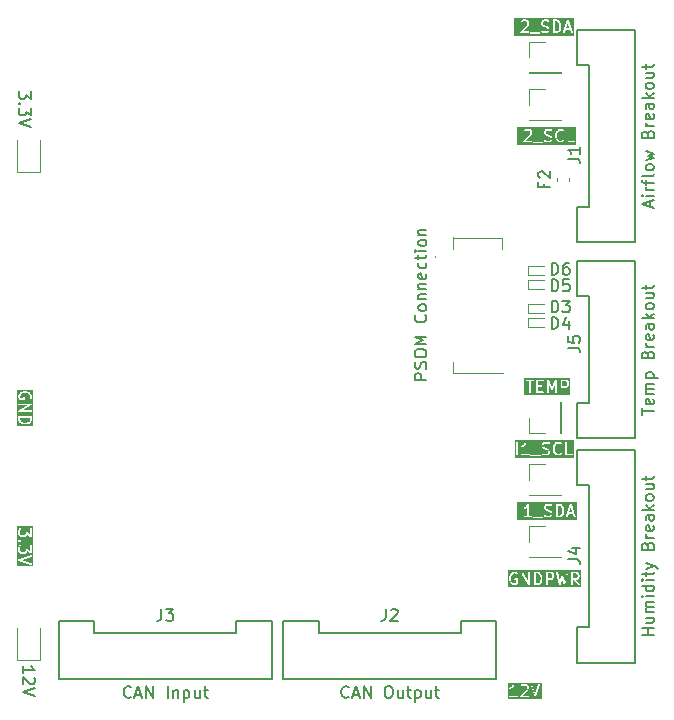
<source format=gto>
%TF.GenerationSoftware,KiCad,Pcbnew,8.0.5*%
%TF.CreationDate,2024-10-30T11:13:14-05:00*%
%TF.ProjectId,DataAcq-EnvironmentBoard,44617461-4163-4712-9d45-6e7669726f6e,rev?*%
%TF.SameCoordinates,Original*%
%TF.FileFunction,Legend,Top*%
%TF.FilePolarity,Positive*%
%FSLAX46Y46*%
G04 Gerber Fmt 4.6, Leading zero omitted, Abs format (unit mm)*
G04 Created by KiCad (PCBNEW 8.0.5) date 2024-10-30 11:13:14*
%MOMM*%
%LPD*%
G01*
G04 APERTURE LIST*
%ADD10C,0.153000*%
%ADD11C,0.100000*%
%ADD12C,0.150000*%
%ADD13C,0.120000*%
G04 APERTURE END LIST*
D10*
G36*
X185204333Y-129557274D02*
G01*
X182354123Y-129557274D01*
X182354123Y-128645809D01*
X182465234Y-128645809D01*
X182467350Y-128675583D01*
X182480698Y-128702280D01*
X182503248Y-128721837D01*
X182531565Y-128731276D01*
X182561339Y-128729160D01*
X182575345Y-128723801D01*
X182670583Y-128676182D01*
X182677009Y-128672136D01*
X182678872Y-128671365D01*
X182680970Y-128669643D01*
X182683274Y-128668193D01*
X182684598Y-128666666D01*
X182690465Y-128661852D01*
X182750347Y-128601970D01*
X182750347Y-129293163D01*
X182541133Y-129293163D01*
X182526209Y-129294633D01*
X182498632Y-129306056D01*
X182477526Y-129327162D01*
X182466103Y-129354739D01*
X182466103Y-129384587D01*
X182477526Y-129412164D01*
X182498632Y-129433270D01*
X182526209Y-129444693D01*
X182541133Y-129446163D01*
X183112561Y-129446163D01*
X183127485Y-129444693D01*
X183155062Y-129433270D01*
X183176168Y-129412164D01*
X183187591Y-129384587D01*
X183187591Y-129354739D01*
X183370865Y-129354739D01*
X183370865Y-129384587D01*
X183382288Y-129412164D01*
X183403394Y-129433270D01*
X183430971Y-129444693D01*
X183445895Y-129446163D01*
X184064942Y-129446163D01*
X184079866Y-129444693D01*
X184107443Y-129433270D01*
X184128549Y-129412164D01*
X184139972Y-129384587D01*
X184139972Y-129354739D01*
X184128549Y-129327162D01*
X184107443Y-129306056D01*
X184079866Y-129294633D01*
X184064942Y-129293163D01*
X183630583Y-129293163D01*
X184071417Y-128852328D01*
X184080930Y-128840735D01*
X184081981Y-128838195D01*
X184083783Y-128836119D01*
X184089897Y-128822425D01*
X184137516Y-128679569D01*
X184139199Y-128672166D01*
X184139972Y-128670301D01*
X184140238Y-128667595D01*
X184140841Y-128664946D01*
X184140697Y-128662931D01*
X184141442Y-128655377D01*
X184141442Y-128560139D01*
X184139972Y-128545215D01*
X184138919Y-128542674D01*
X184138725Y-128539933D01*
X184133366Y-128525927D01*
X184085747Y-128430689D01*
X184081702Y-128424264D01*
X184080930Y-128422399D01*
X184079206Y-128420299D01*
X184077758Y-128417998D01*
X184076231Y-128416673D01*
X184071416Y-128410807D01*
X184039841Y-128379231D01*
X184274758Y-128379231D01*
X184278083Y-128393854D01*
X184611416Y-129393854D01*
X184617530Y-129407547D01*
X184621110Y-129411675D01*
X184623556Y-129416566D01*
X184630803Y-129422851D01*
X184637087Y-129430097D01*
X184641974Y-129432540D01*
X184646105Y-129436123D01*
X184655209Y-129439157D01*
X184663784Y-129443445D01*
X184669233Y-129443832D01*
X184674422Y-129445562D01*
X184683992Y-129444881D01*
X184693558Y-129445562D01*
X184698743Y-129443833D01*
X184704196Y-129443446D01*
X184712775Y-129439156D01*
X184721875Y-129436123D01*
X184726004Y-129432541D01*
X184730893Y-129430097D01*
X184737180Y-129422848D01*
X184744424Y-129416565D01*
X184746867Y-129411679D01*
X184750450Y-129407548D01*
X184756564Y-129393854D01*
X185089897Y-128393855D01*
X185093222Y-128379232D01*
X185091106Y-128349458D01*
X185077757Y-128322761D01*
X185055208Y-128303203D01*
X185026891Y-128293764D01*
X184997117Y-128295881D01*
X184970420Y-128309229D01*
X184950863Y-128331779D01*
X184944749Y-128345472D01*
X184683990Y-129127749D01*
X184423231Y-128345472D01*
X184417117Y-128331778D01*
X184397560Y-128309229D01*
X184370863Y-128295880D01*
X184341089Y-128293764D01*
X184312772Y-128303203D01*
X184290223Y-128322760D01*
X184276874Y-128349457D01*
X184274758Y-128379231D01*
X184039841Y-128379231D01*
X184023798Y-128363188D01*
X184017931Y-128358373D01*
X184016607Y-128356847D01*
X184014303Y-128355396D01*
X184012205Y-128353675D01*
X184010342Y-128352903D01*
X184003916Y-128348858D01*
X183908678Y-128301239D01*
X183894672Y-128295880D01*
X183891930Y-128295685D01*
X183889390Y-128294633D01*
X183874466Y-128293163D01*
X183636371Y-128293163D01*
X183621447Y-128294633D01*
X183618906Y-128295685D01*
X183616165Y-128295880D01*
X183602159Y-128301239D01*
X183506921Y-128348858D01*
X183500496Y-128352902D01*
X183498631Y-128353675D01*
X183496531Y-128355398D01*
X183494230Y-128356847D01*
X183492905Y-128358373D01*
X183487039Y-128363189D01*
X183439420Y-128410807D01*
X183429907Y-128422400D01*
X183418484Y-128449977D01*
X183418484Y-128479825D01*
X183429907Y-128507402D01*
X183451013Y-128528508D01*
X183478590Y-128539931D01*
X183508438Y-128539931D01*
X183536015Y-128528508D01*
X183547608Y-128518995D01*
X183586447Y-128480154D01*
X183654431Y-128446163D01*
X183856406Y-128446163D01*
X183924388Y-128480154D01*
X183954450Y-128510215D01*
X183988442Y-128578199D01*
X183988442Y-128642964D01*
X183950460Y-128756908D01*
X183391801Y-129315569D01*
X183382288Y-129327162D01*
X183370865Y-129354739D01*
X183187591Y-129354739D01*
X183176168Y-129327162D01*
X183155062Y-129306056D01*
X183127485Y-129294633D01*
X183112561Y-129293163D01*
X182903347Y-129293163D01*
X182903347Y-128369663D01*
X182903341Y-128369609D01*
X182903347Y-128369583D01*
X182903331Y-128369505D01*
X182901877Y-128354739D01*
X182898978Y-128347741D01*
X182897493Y-128340314D01*
X182893321Y-128334084D01*
X182890454Y-128327162D01*
X182885100Y-128321808D01*
X182880884Y-128315512D01*
X182874644Y-128311352D01*
X182869348Y-128306056D01*
X182862353Y-128303158D01*
X182856049Y-128298956D01*
X182848695Y-128297501D01*
X182841771Y-128294633D01*
X182834197Y-128294633D01*
X182826767Y-128293163D01*
X182819417Y-128294633D01*
X182811923Y-128294633D01*
X182804925Y-128297531D01*
X182797498Y-128299017D01*
X182791269Y-128303188D01*
X182784346Y-128306056D01*
X182778991Y-128311410D01*
X182772697Y-128315626D01*
X182763290Y-128327111D01*
X182763240Y-128327162D01*
X182763230Y-128327184D01*
X182763195Y-128327228D01*
X182672159Y-128463782D01*
X182591055Y-128544886D01*
X182506921Y-128586953D01*
X182494230Y-128594942D01*
X182474673Y-128617492D01*
X182465234Y-128645809D01*
X182354123Y-128645809D01*
X182354123Y-128182052D01*
X185204333Y-128182052D01*
X185204333Y-129557274D01*
G37*
G36*
X187943940Y-109152512D02*
G01*
X182951141Y-109152512D01*
X182951141Y-108949977D01*
X184254198Y-108949977D01*
X184254198Y-108979825D01*
X184265621Y-109007402D01*
X184286727Y-109028508D01*
X184314304Y-109039931D01*
X184329228Y-109041401D01*
X185091132Y-109041401D01*
X185106056Y-109039931D01*
X185133633Y-109028508D01*
X185154739Y-109007402D01*
X185166162Y-108979825D01*
X185166162Y-108949977D01*
X185154739Y-108922400D01*
X185133633Y-108901294D01*
X185106056Y-108889871D01*
X185091132Y-108888401D01*
X184329228Y-108888401D01*
X184314304Y-108889871D01*
X184286727Y-108901294D01*
X184265621Y-108922400D01*
X184254198Y-108949977D01*
X182951141Y-108949977D01*
X182951141Y-107869663D01*
X183062252Y-107869663D01*
X183062252Y-108869663D01*
X183063722Y-108884587D01*
X183075145Y-108912164D01*
X183096251Y-108933270D01*
X183123828Y-108944693D01*
X183153676Y-108944693D01*
X183181253Y-108933270D01*
X183202359Y-108912164D01*
X183213782Y-108884587D01*
X183215252Y-108869663D01*
X183215252Y-108145809D01*
X183491424Y-108145809D01*
X183493540Y-108175583D01*
X183506888Y-108202280D01*
X183529438Y-108221837D01*
X183557755Y-108231276D01*
X183587529Y-108229160D01*
X183601535Y-108223801D01*
X183696773Y-108176182D01*
X183703199Y-108172136D01*
X183705062Y-108171365D01*
X183707160Y-108169643D01*
X183709464Y-108168193D01*
X183710788Y-108166666D01*
X183716655Y-108161852D01*
X183776537Y-108101970D01*
X183776537Y-108793163D01*
X183567323Y-108793163D01*
X183552399Y-108794633D01*
X183524822Y-108806056D01*
X183503716Y-108827162D01*
X183492293Y-108854739D01*
X183492293Y-108884587D01*
X183503716Y-108912164D01*
X183524822Y-108933270D01*
X183552399Y-108944693D01*
X183567323Y-108946163D01*
X184138751Y-108946163D01*
X184153675Y-108944693D01*
X184181252Y-108933270D01*
X184202358Y-108912164D01*
X184213781Y-108884587D01*
X184213781Y-108854739D01*
X184202358Y-108827162D01*
X184181252Y-108806056D01*
X184153675Y-108794633D01*
X184138751Y-108793163D01*
X183929537Y-108793163D01*
X183929537Y-108060139D01*
X185205109Y-108060139D01*
X185205109Y-108155377D01*
X185206579Y-108170301D01*
X185207631Y-108172841D01*
X185207826Y-108175583D01*
X185213185Y-108189589D01*
X185260804Y-108284827D01*
X185264849Y-108291253D01*
X185265621Y-108293116D01*
X185267342Y-108295214D01*
X185268793Y-108297518D01*
X185270319Y-108298842D01*
X185275134Y-108304709D01*
X185322753Y-108352327D01*
X185328619Y-108357142D01*
X185329944Y-108358669D01*
X185332245Y-108360117D01*
X185334345Y-108361841D01*
X185336210Y-108362613D01*
X185342635Y-108366658D01*
X185437873Y-108414277D01*
X185438967Y-108414695D01*
X185439409Y-108415023D01*
X185445663Y-108417257D01*
X185451879Y-108419636D01*
X185452428Y-108419675D01*
X185453531Y-108420069D01*
X185635859Y-108465651D01*
X185712483Y-108503963D01*
X185742545Y-108534024D01*
X185776537Y-108602008D01*
X185776537Y-108661126D01*
X185742544Y-108729110D01*
X185712484Y-108759171D01*
X185644501Y-108793163D01*
X185436879Y-108793163D01*
X185305800Y-108749470D01*
X185291177Y-108746145D01*
X185261403Y-108748261D01*
X185234706Y-108761610D01*
X185215149Y-108784159D01*
X185205710Y-108812476D01*
X185207826Y-108842250D01*
X185221175Y-108868947D01*
X185243724Y-108888504D01*
X185257418Y-108894618D01*
X185400274Y-108942237D01*
X185407676Y-108943920D01*
X185409542Y-108944693D01*
X185412247Y-108944959D01*
X185414897Y-108945562D01*
X185416911Y-108945418D01*
X185424466Y-108946163D01*
X185662561Y-108946163D01*
X185677485Y-108944693D01*
X185680025Y-108943640D01*
X185682767Y-108943446D01*
X185696773Y-108938087D01*
X185792011Y-108890468D01*
X185798435Y-108886423D01*
X185800301Y-108885651D01*
X185802400Y-108883927D01*
X185804702Y-108882479D01*
X185806026Y-108880952D01*
X185811893Y-108876137D01*
X185859512Y-108828517D01*
X185864324Y-108822652D01*
X185865853Y-108821327D01*
X185867303Y-108819022D01*
X185869025Y-108816925D01*
X185869796Y-108815062D01*
X185873842Y-108808636D01*
X185921461Y-108713398D01*
X185926820Y-108699392D01*
X185927014Y-108696650D01*
X185928067Y-108694110D01*
X185929537Y-108679186D01*
X185929537Y-108583948D01*
X185928067Y-108569024D01*
X185927014Y-108566483D01*
X185926820Y-108563742D01*
X185921461Y-108549736D01*
X185873842Y-108454498D01*
X185869797Y-108448073D01*
X185869025Y-108446208D01*
X185867301Y-108444108D01*
X185865853Y-108441807D01*
X185864326Y-108440482D01*
X185859511Y-108434616D01*
X185811893Y-108386997D01*
X185806026Y-108382182D01*
X185804702Y-108380656D01*
X185802398Y-108379205D01*
X185800300Y-108377484D01*
X185798437Y-108376712D01*
X185792011Y-108372667D01*
X185696773Y-108325048D01*
X185695678Y-108324629D01*
X185695237Y-108324302D01*
X185688982Y-108322067D01*
X185682767Y-108319689D01*
X185682217Y-108319649D01*
X185681115Y-108319256D01*
X185597027Y-108298234D01*
X186157490Y-108298234D01*
X186157490Y-108441091D01*
X186157746Y-108443696D01*
X186157581Y-108444810D01*
X186158406Y-108450391D01*
X186158960Y-108456015D01*
X186159391Y-108457056D01*
X186159774Y-108459645D01*
X186207393Y-108650121D01*
X186207786Y-108651223D01*
X186207826Y-108651773D01*
X186210204Y-108657988D01*
X186212439Y-108664243D01*
X186212766Y-108664684D01*
X186213185Y-108665779D01*
X186260804Y-108761017D01*
X186264849Y-108767443D01*
X186265621Y-108769306D01*
X186267342Y-108771403D01*
X186268793Y-108773708D01*
X186270321Y-108775033D01*
X186275134Y-108780898D01*
X186370372Y-108876138D01*
X186381965Y-108885651D01*
X186384504Y-108886702D01*
X186386581Y-108888504D01*
X186400275Y-108894618D01*
X186543131Y-108942237D01*
X186550533Y-108943920D01*
X186552399Y-108944693D01*
X186555104Y-108944959D01*
X186557754Y-108945562D01*
X186559768Y-108945418D01*
X186567323Y-108946163D01*
X186662561Y-108946163D01*
X186670115Y-108945418D01*
X186672129Y-108945562D01*
X186674778Y-108944959D01*
X186677485Y-108944693D01*
X186679352Y-108943919D01*
X186686752Y-108942237D01*
X186829609Y-108894618D01*
X186843302Y-108888504D01*
X186845377Y-108886704D01*
X186847920Y-108885651D01*
X186859512Y-108876137D01*
X186907131Y-108828517D01*
X186916644Y-108816925D01*
X186928067Y-108789348D01*
X186928066Y-108759499D01*
X186916644Y-108731922D01*
X186895538Y-108710817D01*
X186867960Y-108699394D01*
X186838112Y-108699395D01*
X186810535Y-108710817D01*
X186798943Y-108720331D01*
X186764094Y-108755180D01*
X186650148Y-108793163D01*
X186579736Y-108793163D01*
X186465790Y-108755181D01*
X186392101Y-108681491D01*
X186353788Y-108604865D01*
X186310490Y-108431673D01*
X186310490Y-108307652D01*
X186353788Y-108134460D01*
X186392100Y-108057836D01*
X186465791Y-107984144D01*
X186579736Y-107946163D01*
X186650148Y-107946163D01*
X186764093Y-107984145D01*
X186798943Y-108018994D01*
X186810535Y-108028508D01*
X186838112Y-108039930D01*
X186867961Y-108039930D01*
X186895538Y-108028508D01*
X186916644Y-108007402D01*
X186928066Y-107979825D01*
X186928066Y-107949976D01*
X186916644Y-107922399D01*
X186907130Y-107910807D01*
X186865987Y-107869663D01*
X187205109Y-107869663D01*
X187205109Y-108869663D01*
X187206579Y-108884587D01*
X187218002Y-108912164D01*
X187239108Y-108933270D01*
X187266685Y-108944693D01*
X187281609Y-108946163D01*
X187757799Y-108946163D01*
X187772723Y-108944693D01*
X187800300Y-108933270D01*
X187821406Y-108912164D01*
X187832829Y-108884587D01*
X187832829Y-108854739D01*
X187821406Y-108827162D01*
X187800300Y-108806056D01*
X187772723Y-108794633D01*
X187757799Y-108793163D01*
X187358109Y-108793163D01*
X187358109Y-107869663D01*
X187356639Y-107854739D01*
X187345216Y-107827162D01*
X187324110Y-107806056D01*
X187296533Y-107794633D01*
X187266685Y-107794633D01*
X187239108Y-107806056D01*
X187218002Y-107827162D01*
X187206579Y-107854739D01*
X187205109Y-107869663D01*
X186865987Y-107869663D01*
X186859512Y-107863188D01*
X186847919Y-107853675D01*
X186845378Y-107852622D01*
X186843302Y-107850822D01*
X186829609Y-107844708D01*
X186686752Y-107797089D01*
X186679352Y-107795406D01*
X186677485Y-107794633D01*
X186674778Y-107794366D01*
X186672129Y-107793764D01*
X186670115Y-107793907D01*
X186662561Y-107793163D01*
X186567323Y-107793163D01*
X186559768Y-107793907D01*
X186557754Y-107793764D01*
X186555104Y-107794366D01*
X186552399Y-107794633D01*
X186550533Y-107795405D01*
X186543131Y-107797089D01*
X186400275Y-107844708D01*
X186386581Y-107850822D01*
X186384504Y-107852623D01*
X186381965Y-107853675D01*
X186370372Y-107863188D01*
X186275134Y-107958426D01*
X186270319Y-107964292D01*
X186268793Y-107965617D01*
X186267342Y-107967920D01*
X186265621Y-107970019D01*
X186264849Y-107971881D01*
X186260804Y-107978308D01*
X186213185Y-108073546D01*
X186212766Y-108074640D01*
X186212439Y-108075082D01*
X186210204Y-108081336D01*
X186207826Y-108087552D01*
X186207786Y-108088101D01*
X186207393Y-108089204D01*
X186159774Y-108279680D01*
X186159391Y-108282268D01*
X186158960Y-108283310D01*
X186158406Y-108288933D01*
X186157581Y-108294515D01*
X186157746Y-108295628D01*
X186157490Y-108298234D01*
X185597027Y-108298234D01*
X185498787Y-108273674D01*
X185422161Y-108235361D01*
X185392100Y-108205299D01*
X185358109Y-108137317D01*
X185358109Y-108078199D01*
X185392100Y-108010216D01*
X185422161Y-107980154D01*
X185490145Y-107946163D01*
X185697767Y-107946163D01*
X185828845Y-107989856D01*
X185843468Y-107993181D01*
X185873242Y-107991065D01*
X185899939Y-107977716D01*
X185919497Y-107955167D01*
X185928936Y-107926850D01*
X185926819Y-107897076D01*
X185913471Y-107870379D01*
X185890921Y-107850822D01*
X185877228Y-107844708D01*
X185734371Y-107797089D01*
X185726971Y-107795406D01*
X185725104Y-107794633D01*
X185722397Y-107794366D01*
X185719748Y-107793764D01*
X185717734Y-107793907D01*
X185710180Y-107793163D01*
X185472085Y-107793163D01*
X185457161Y-107794633D01*
X185454620Y-107795685D01*
X185451879Y-107795880D01*
X185437873Y-107801239D01*
X185342635Y-107848858D01*
X185336210Y-107852902D01*
X185334345Y-107853675D01*
X185332245Y-107855398D01*
X185329944Y-107856847D01*
X185328619Y-107858373D01*
X185322753Y-107863189D01*
X185275134Y-107910807D01*
X185270319Y-107916673D01*
X185268793Y-107917998D01*
X185267342Y-107920301D01*
X185265621Y-107922400D01*
X185264849Y-107924262D01*
X185260804Y-107930689D01*
X185213185Y-108025927D01*
X185207826Y-108039933D01*
X185207631Y-108042674D01*
X185206579Y-108045215D01*
X185205109Y-108060139D01*
X183929537Y-108060139D01*
X183929537Y-107869663D01*
X183929531Y-107869609D01*
X183929537Y-107869583D01*
X183929521Y-107869505D01*
X183928067Y-107854739D01*
X183925168Y-107847741D01*
X183923683Y-107840314D01*
X183919511Y-107834084D01*
X183916644Y-107827162D01*
X183911290Y-107821808D01*
X183907074Y-107815512D01*
X183900834Y-107811352D01*
X183895538Y-107806056D01*
X183888543Y-107803158D01*
X183882239Y-107798956D01*
X183874885Y-107797501D01*
X183867961Y-107794633D01*
X183860387Y-107794633D01*
X183852957Y-107793163D01*
X183845607Y-107794633D01*
X183838113Y-107794633D01*
X183831115Y-107797531D01*
X183823688Y-107799017D01*
X183817459Y-107803188D01*
X183810536Y-107806056D01*
X183805181Y-107811410D01*
X183798887Y-107815626D01*
X183789480Y-107827111D01*
X183789430Y-107827162D01*
X183789420Y-107827184D01*
X183789385Y-107827228D01*
X183698349Y-107963782D01*
X183617245Y-108044886D01*
X183533111Y-108086953D01*
X183520420Y-108094942D01*
X183500863Y-108117492D01*
X183491424Y-108145809D01*
X183215252Y-108145809D01*
X183215252Y-107869663D01*
X183213782Y-107854739D01*
X183202359Y-107827162D01*
X183181253Y-107806056D01*
X183153676Y-107794633D01*
X183123828Y-107794633D01*
X183096251Y-107806056D01*
X183075145Y-107827162D01*
X183063722Y-107854739D01*
X183062252Y-107869663D01*
X182951141Y-107869663D01*
X182951141Y-107682052D01*
X187943940Y-107682052D01*
X187943940Y-109152512D01*
G37*
X193704663Y-105500001D02*
X193704663Y-104928573D01*
X194704663Y-105214287D02*
X193704663Y-105214287D01*
X194657044Y-104214287D02*
X194704663Y-104309525D01*
X194704663Y-104309525D02*
X194704663Y-104500001D01*
X194704663Y-104500001D02*
X194657044Y-104595239D01*
X194657044Y-104595239D02*
X194561805Y-104642858D01*
X194561805Y-104642858D02*
X194180853Y-104642858D01*
X194180853Y-104642858D02*
X194085615Y-104595239D01*
X194085615Y-104595239D02*
X194037996Y-104500001D01*
X194037996Y-104500001D02*
X194037996Y-104309525D01*
X194037996Y-104309525D02*
X194085615Y-104214287D01*
X194085615Y-104214287D02*
X194180853Y-104166668D01*
X194180853Y-104166668D02*
X194276091Y-104166668D01*
X194276091Y-104166668D02*
X194371329Y-104642858D01*
X194704663Y-103738096D02*
X194037996Y-103738096D01*
X194133234Y-103738096D02*
X194085615Y-103690477D01*
X194085615Y-103690477D02*
X194037996Y-103595239D01*
X194037996Y-103595239D02*
X194037996Y-103452382D01*
X194037996Y-103452382D02*
X194085615Y-103357144D01*
X194085615Y-103357144D02*
X194180853Y-103309525D01*
X194180853Y-103309525D02*
X194704663Y-103309525D01*
X194180853Y-103309525D02*
X194085615Y-103261906D01*
X194085615Y-103261906D02*
X194037996Y-103166668D01*
X194037996Y-103166668D02*
X194037996Y-103023811D01*
X194037996Y-103023811D02*
X194085615Y-102928572D01*
X194085615Y-102928572D02*
X194180853Y-102880953D01*
X194180853Y-102880953D02*
X194704663Y-102880953D01*
X194037996Y-102404763D02*
X195037996Y-102404763D01*
X194085615Y-102404763D02*
X194037996Y-102309525D01*
X194037996Y-102309525D02*
X194037996Y-102119049D01*
X194037996Y-102119049D02*
X194085615Y-102023811D01*
X194085615Y-102023811D02*
X194133234Y-101976192D01*
X194133234Y-101976192D02*
X194228472Y-101928573D01*
X194228472Y-101928573D02*
X194514186Y-101928573D01*
X194514186Y-101928573D02*
X194609424Y-101976192D01*
X194609424Y-101976192D02*
X194657044Y-102023811D01*
X194657044Y-102023811D02*
X194704663Y-102119049D01*
X194704663Y-102119049D02*
X194704663Y-102309525D01*
X194704663Y-102309525D02*
X194657044Y-102404763D01*
X194180853Y-100404763D02*
X194228472Y-100261906D01*
X194228472Y-100261906D02*
X194276091Y-100214287D01*
X194276091Y-100214287D02*
X194371329Y-100166668D01*
X194371329Y-100166668D02*
X194514186Y-100166668D01*
X194514186Y-100166668D02*
X194609424Y-100214287D01*
X194609424Y-100214287D02*
X194657044Y-100261906D01*
X194657044Y-100261906D02*
X194704663Y-100357144D01*
X194704663Y-100357144D02*
X194704663Y-100738096D01*
X194704663Y-100738096D02*
X193704663Y-100738096D01*
X193704663Y-100738096D02*
X193704663Y-100404763D01*
X193704663Y-100404763D02*
X193752282Y-100309525D01*
X193752282Y-100309525D02*
X193799901Y-100261906D01*
X193799901Y-100261906D02*
X193895139Y-100214287D01*
X193895139Y-100214287D02*
X193990377Y-100214287D01*
X193990377Y-100214287D02*
X194085615Y-100261906D01*
X194085615Y-100261906D02*
X194133234Y-100309525D01*
X194133234Y-100309525D02*
X194180853Y-100404763D01*
X194180853Y-100404763D02*
X194180853Y-100738096D01*
X194704663Y-99738096D02*
X194037996Y-99738096D01*
X194228472Y-99738096D02*
X194133234Y-99690477D01*
X194133234Y-99690477D02*
X194085615Y-99642858D01*
X194085615Y-99642858D02*
X194037996Y-99547620D01*
X194037996Y-99547620D02*
X194037996Y-99452382D01*
X194657044Y-98738096D02*
X194704663Y-98833334D01*
X194704663Y-98833334D02*
X194704663Y-99023810D01*
X194704663Y-99023810D02*
X194657044Y-99119048D01*
X194657044Y-99119048D02*
X194561805Y-99166667D01*
X194561805Y-99166667D02*
X194180853Y-99166667D01*
X194180853Y-99166667D02*
X194085615Y-99119048D01*
X194085615Y-99119048D02*
X194037996Y-99023810D01*
X194037996Y-99023810D02*
X194037996Y-98833334D01*
X194037996Y-98833334D02*
X194085615Y-98738096D01*
X194085615Y-98738096D02*
X194180853Y-98690477D01*
X194180853Y-98690477D02*
X194276091Y-98690477D01*
X194276091Y-98690477D02*
X194371329Y-99166667D01*
X194704663Y-97833334D02*
X194180853Y-97833334D01*
X194180853Y-97833334D02*
X194085615Y-97880953D01*
X194085615Y-97880953D02*
X194037996Y-97976191D01*
X194037996Y-97976191D02*
X194037996Y-98166667D01*
X194037996Y-98166667D02*
X194085615Y-98261905D01*
X194657044Y-97833334D02*
X194704663Y-97928572D01*
X194704663Y-97928572D02*
X194704663Y-98166667D01*
X194704663Y-98166667D02*
X194657044Y-98261905D01*
X194657044Y-98261905D02*
X194561805Y-98309524D01*
X194561805Y-98309524D02*
X194466567Y-98309524D01*
X194466567Y-98309524D02*
X194371329Y-98261905D01*
X194371329Y-98261905D02*
X194323710Y-98166667D01*
X194323710Y-98166667D02*
X194323710Y-97928572D01*
X194323710Y-97928572D02*
X194276091Y-97833334D01*
X194704663Y-97357143D02*
X193704663Y-97357143D01*
X194323710Y-97261905D02*
X194704663Y-96976191D01*
X194037996Y-96976191D02*
X194418948Y-97357143D01*
X194704663Y-96404762D02*
X194657044Y-96500000D01*
X194657044Y-96500000D02*
X194609424Y-96547619D01*
X194609424Y-96547619D02*
X194514186Y-96595238D01*
X194514186Y-96595238D02*
X194228472Y-96595238D01*
X194228472Y-96595238D02*
X194133234Y-96547619D01*
X194133234Y-96547619D02*
X194085615Y-96500000D01*
X194085615Y-96500000D02*
X194037996Y-96404762D01*
X194037996Y-96404762D02*
X194037996Y-96261905D01*
X194037996Y-96261905D02*
X194085615Y-96166667D01*
X194085615Y-96166667D02*
X194133234Y-96119048D01*
X194133234Y-96119048D02*
X194228472Y-96071429D01*
X194228472Y-96071429D02*
X194514186Y-96071429D01*
X194514186Y-96071429D02*
X194609424Y-96119048D01*
X194609424Y-96119048D02*
X194657044Y-96166667D01*
X194657044Y-96166667D02*
X194704663Y-96261905D01*
X194704663Y-96261905D02*
X194704663Y-96404762D01*
X194037996Y-95214286D02*
X194704663Y-95214286D01*
X194037996Y-95642857D02*
X194561805Y-95642857D01*
X194561805Y-95642857D02*
X194657044Y-95595238D01*
X194657044Y-95595238D02*
X194704663Y-95500000D01*
X194704663Y-95500000D02*
X194704663Y-95357143D01*
X194704663Y-95357143D02*
X194657044Y-95261905D01*
X194657044Y-95261905D02*
X194609424Y-95214286D01*
X194037996Y-94880952D02*
X194037996Y-94500000D01*
X193704663Y-94738095D02*
X194561805Y-94738095D01*
X194561805Y-94738095D02*
X194657044Y-94690476D01*
X194657044Y-94690476D02*
X194704663Y-94595238D01*
X194704663Y-94595238D02*
X194704663Y-94500000D01*
G36*
X142167947Y-118330523D02*
G01*
X140792725Y-118330523D01*
X140792725Y-117800612D01*
X140904437Y-117800612D01*
X140905116Y-117810180D01*
X140904437Y-117819748D01*
X140906165Y-117824933D01*
X140906553Y-117830386D01*
X140910842Y-117838965D01*
X140913876Y-117848065D01*
X140917457Y-117852194D01*
X140919902Y-117857083D01*
X140927148Y-117863367D01*
X140933433Y-117870614D01*
X140938321Y-117873058D01*
X140942451Y-117876640D01*
X140956145Y-117882754D01*
X141956144Y-118216087D01*
X141970767Y-118219412D01*
X142000541Y-118217296D01*
X142027238Y-118203947D01*
X142046796Y-118181398D01*
X142056235Y-118153081D01*
X142054118Y-118123307D01*
X142040770Y-118096610D01*
X142018220Y-118077053D01*
X142004527Y-118070939D01*
X141222249Y-117810180D01*
X142004527Y-117549421D01*
X142018220Y-117543307D01*
X142040770Y-117523750D01*
X142054118Y-117497053D01*
X142056235Y-117467279D01*
X142046796Y-117438962D01*
X142027238Y-117416413D01*
X142000541Y-117403064D01*
X141970767Y-117400948D01*
X141956144Y-117404273D01*
X140956145Y-117737606D01*
X140942451Y-117743720D01*
X140938321Y-117747301D01*
X140933433Y-117749746D01*
X140927148Y-117756992D01*
X140919902Y-117763277D01*
X140917457Y-117768165D01*
X140913876Y-117772295D01*
X140910842Y-117781394D01*
X140906553Y-117789974D01*
X140906165Y-117795426D01*
X140904437Y-117800612D01*
X140792725Y-117800612D01*
X140792725Y-116714942D01*
X140903836Y-116714942D01*
X140903836Y-117000656D01*
X140905306Y-117015580D01*
X140906358Y-117018119D01*
X140906553Y-117020863D01*
X140911913Y-117034868D01*
X140959533Y-117130107D01*
X140963576Y-117136530D01*
X140964349Y-117138395D01*
X140966072Y-117140495D01*
X140967522Y-117142798D01*
X140969047Y-117144121D01*
X140973862Y-117149988D01*
X141021481Y-117197606D01*
X141027347Y-117202421D01*
X141028672Y-117203948D01*
X141030973Y-117205396D01*
X141033073Y-117207120D01*
X141034938Y-117207892D01*
X141041363Y-117211937D01*
X141136601Y-117259556D01*
X141150607Y-117264915D01*
X141153348Y-117265109D01*
X141155889Y-117266162D01*
X141170813Y-117267632D01*
X141408908Y-117267632D01*
X141423832Y-117266162D01*
X141426372Y-117265109D01*
X141429114Y-117264915D01*
X141443120Y-117259556D01*
X141538358Y-117211937D01*
X141544784Y-117207891D01*
X141546647Y-117207120D01*
X141548745Y-117205398D01*
X141551049Y-117203948D01*
X141552373Y-117202421D01*
X141558240Y-117197607D01*
X141605858Y-117149988D01*
X141610673Y-117144121D01*
X141612200Y-117142797D01*
X141613648Y-117140495D01*
X141615372Y-117138396D01*
X141616144Y-117136530D01*
X141620189Y-117130106D01*
X141667808Y-117034868D01*
X141672264Y-117023220D01*
X141929960Y-117248704D01*
X141936412Y-117253316D01*
X141937835Y-117254739D01*
X141939184Y-117255297D01*
X141942160Y-117257425D01*
X141953926Y-117261404D01*
X141965412Y-117266162D01*
X141967994Y-117266162D01*
X141970436Y-117266988D01*
X141982829Y-117266162D01*
X141995260Y-117266162D01*
X141997643Y-117265174D01*
X142000218Y-117265003D01*
X142011357Y-117259494D01*
X142022837Y-117254739D01*
X142024661Y-117252914D01*
X142026974Y-117251771D01*
X142035156Y-117242419D01*
X142043943Y-117233633D01*
X142044930Y-117231249D01*
X142046629Y-117229308D01*
X142050608Y-117217541D01*
X142055366Y-117206056D01*
X142055724Y-117202413D01*
X142056192Y-117201032D01*
X142056058Y-117199026D01*
X142056836Y-117191132D01*
X142056836Y-116572085D01*
X142055366Y-116557161D01*
X142043943Y-116529584D01*
X142022837Y-116508478D01*
X141995260Y-116497055D01*
X141965412Y-116497055D01*
X141937835Y-116508478D01*
X141916729Y-116529584D01*
X141905306Y-116557161D01*
X141903836Y-116572085D01*
X141903836Y-117022543D01*
X141649760Y-116800227D01*
X141643307Y-116795614D01*
X141641885Y-116794192D01*
X141640535Y-116793633D01*
X141637560Y-116791506D01*
X141625793Y-116787526D01*
X141614308Y-116782769D01*
X141611726Y-116782769D01*
X141609284Y-116781943D01*
X141596891Y-116782769D01*
X141584460Y-116782769D01*
X141582076Y-116783756D01*
X141579502Y-116783928D01*
X141568362Y-116789436D01*
X141556883Y-116794192D01*
X141555058Y-116796016D01*
X141552746Y-116797160D01*
X141544563Y-116806511D01*
X141535777Y-116815298D01*
X141534789Y-116817681D01*
X141533091Y-116819623D01*
X141529111Y-116831389D01*
X141524354Y-116842875D01*
X141523995Y-116846517D01*
X141523528Y-116847899D01*
X141523661Y-116849904D01*
X141522884Y-116857799D01*
X141522884Y-116982596D01*
X141488892Y-117050579D01*
X141458830Y-117080640D01*
X141390848Y-117114632D01*
X141188873Y-117114632D01*
X141120889Y-117080640D01*
X141090825Y-117050576D01*
X141056836Y-116982597D01*
X141056836Y-116733000D01*
X141090825Y-116665021D01*
X141129668Y-116626179D01*
X141139182Y-116614587D01*
X141150604Y-116587010D01*
X141150604Y-116557161D01*
X141139182Y-116529584D01*
X141118076Y-116508478D01*
X141090499Y-116497056D01*
X141060650Y-116497056D01*
X141033073Y-116508478D01*
X141021481Y-116517992D01*
X140973862Y-116565610D01*
X140969047Y-116571476D01*
X140967522Y-116572800D01*
X140966072Y-116575102D01*
X140964349Y-116577203D01*
X140963576Y-116579067D01*
X140959533Y-116585491D01*
X140911913Y-116680730D01*
X140906553Y-116694735D01*
X140906358Y-116697478D01*
X140905306Y-116700018D01*
X140903836Y-116714942D01*
X140792725Y-116714942D01*
X140792725Y-116176210D01*
X140905306Y-116176210D01*
X140905306Y-116206058D01*
X140911996Y-116222211D01*
X140916728Y-116233634D01*
X140916729Y-116233635D01*
X140926243Y-116245227D01*
X140973863Y-116292846D01*
X140985455Y-116302359D01*
X141013032Y-116313782D01*
X141042880Y-116313782D01*
X141059035Y-116307090D01*
X141070458Y-116302359D01*
X141070462Y-116302354D01*
X141082050Y-116292846D01*
X141129668Y-116245227D01*
X141139182Y-116233635D01*
X141143913Y-116222212D01*
X141150605Y-116206057D01*
X141150605Y-116176209D01*
X141139182Y-116148632D01*
X141139182Y-116148631D01*
X141129668Y-116137039D01*
X141082050Y-116089420D01*
X141070462Y-116079911D01*
X141070458Y-116079907D01*
X141059035Y-116075175D01*
X141042880Y-116068484D01*
X141013032Y-116068484D01*
X140985455Y-116079907D01*
X140973863Y-116089420D01*
X140926243Y-116137039D01*
X140916729Y-116148631D01*
X140916728Y-116148632D01*
X140912667Y-116158438D01*
X140912667Y-116158439D01*
X140905307Y-116176208D01*
X140905306Y-116176210D01*
X140792725Y-116176210D01*
X140792725Y-115286371D01*
X140903836Y-115286371D01*
X140903836Y-115572085D01*
X140905306Y-115587009D01*
X140906358Y-115589548D01*
X140906553Y-115592292D01*
X140911913Y-115606297D01*
X140959533Y-115701536D01*
X140963576Y-115707959D01*
X140964349Y-115709824D01*
X140966072Y-115711924D01*
X140967522Y-115714227D01*
X140969047Y-115715550D01*
X140973862Y-115721417D01*
X141021481Y-115769035D01*
X141027347Y-115773850D01*
X141028672Y-115775377D01*
X141030973Y-115776825D01*
X141033073Y-115778549D01*
X141034938Y-115779321D01*
X141041363Y-115783366D01*
X141136601Y-115830985D01*
X141150607Y-115836344D01*
X141153348Y-115836538D01*
X141155889Y-115837591D01*
X141170813Y-115839061D01*
X141408908Y-115839061D01*
X141423832Y-115837591D01*
X141426372Y-115836538D01*
X141429114Y-115836344D01*
X141443120Y-115830985D01*
X141538358Y-115783366D01*
X141544784Y-115779320D01*
X141546647Y-115778549D01*
X141548745Y-115776827D01*
X141551049Y-115775377D01*
X141552373Y-115773850D01*
X141558240Y-115769036D01*
X141605858Y-115721417D01*
X141610673Y-115715550D01*
X141612200Y-115714226D01*
X141613648Y-115711924D01*
X141615372Y-115709825D01*
X141616144Y-115707959D01*
X141620189Y-115701535D01*
X141667808Y-115606297D01*
X141672264Y-115594649D01*
X141929960Y-115820133D01*
X141936412Y-115824745D01*
X141937835Y-115826168D01*
X141939184Y-115826726D01*
X141942160Y-115828854D01*
X141953926Y-115832833D01*
X141965412Y-115837591D01*
X141967994Y-115837591D01*
X141970436Y-115838417D01*
X141982829Y-115837591D01*
X141995260Y-115837591D01*
X141997643Y-115836603D01*
X142000218Y-115836432D01*
X142011357Y-115830923D01*
X142022837Y-115826168D01*
X142024661Y-115824343D01*
X142026974Y-115823200D01*
X142035156Y-115813848D01*
X142043943Y-115805062D01*
X142044930Y-115802678D01*
X142046629Y-115800737D01*
X142050608Y-115788970D01*
X142055366Y-115777485D01*
X142055724Y-115773842D01*
X142056192Y-115772461D01*
X142056058Y-115770455D01*
X142056836Y-115762561D01*
X142056836Y-115143514D01*
X142055366Y-115128590D01*
X142043943Y-115101013D01*
X142022837Y-115079907D01*
X141995260Y-115068484D01*
X141965412Y-115068484D01*
X141937835Y-115079907D01*
X141916729Y-115101013D01*
X141905306Y-115128590D01*
X141903836Y-115143514D01*
X141903836Y-115593972D01*
X141649760Y-115371656D01*
X141643307Y-115367043D01*
X141641885Y-115365621D01*
X141640535Y-115365062D01*
X141637560Y-115362935D01*
X141625793Y-115358955D01*
X141614308Y-115354198D01*
X141611726Y-115354198D01*
X141609284Y-115353372D01*
X141596891Y-115354198D01*
X141584460Y-115354198D01*
X141582076Y-115355185D01*
X141579502Y-115355357D01*
X141568362Y-115360865D01*
X141556883Y-115365621D01*
X141555058Y-115367445D01*
X141552746Y-115368589D01*
X141544563Y-115377940D01*
X141535777Y-115386727D01*
X141534789Y-115389110D01*
X141533091Y-115391052D01*
X141529111Y-115402818D01*
X141524354Y-115414304D01*
X141523995Y-115417946D01*
X141523528Y-115419328D01*
X141523661Y-115421333D01*
X141522884Y-115429228D01*
X141522884Y-115554025D01*
X141488892Y-115622008D01*
X141458830Y-115652069D01*
X141390848Y-115686061D01*
X141188873Y-115686061D01*
X141120889Y-115652069D01*
X141090825Y-115622005D01*
X141056836Y-115554026D01*
X141056836Y-115304429D01*
X141090825Y-115236450D01*
X141129668Y-115197608D01*
X141139182Y-115186016D01*
X141150604Y-115158439D01*
X141150604Y-115128590D01*
X141139182Y-115101013D01*
X141118076Y-115079907D01*
X141090499Y-115068485D01*
X141060650Y-115068485D01*
X141033073Y-115079907D01*
X141021481Y-115089421D01*
X140973862Y-115137039D01*
X140969047Y-115142905D01*
X140967522Y-115144229D01*
X140966072Y-115146531D01*
X140964349Y-115148632D01*
X140963576Y-115150496D01*
X140959533Y-115156920D01*
X140911913Y-115252159D01*
X140906553Y-115266164D01*
X140906358Y-115268907D01*
X140905306Y-115271447D01*
X140903836Y-115286371D01*
X140792725Y-115286371D01*
X140792725Y-114957373D01*
X142167947Y-114957373D01*
X142167947Y-118330523D01*
G37*
X175454663Y-102557142D02*
X174454663Y-102557142D01*
X174454663Y-102557142D02*
X174454663Y-102176190D01*
X174454663Y-102176190D02*
X174502282Y-102080952D01*
X174502282Y-102080952D02*
X174549901Y-102033333D01*
X174549901Y-102033333D02*
X174645139Y-101985714D01*
X174645139Y-101985714D02*
X174787996Y-101985714D01*
X174787996Y-101985714D02*
X174883234Y-102033333D01*
X174883234Y-102033333D02*
X174930853Y-102080952D01*
X174930853Y-102080952D02*
X174978472Y-102176190D01*
X174978472Y-102176190D02*
X174978472Y-102557142D01*
X175407044Y-101604761D02*
X175454663Y-101461904D01*
X175454663Y-101461904D02*
X175454663Y-101223809D01*
X175454663Y-101223809D02*
X175407044Y-101128571D01*
X175407044Y-101128571D02*
X175359424Y-101080952D01*
X175359424Y-101080952D02*
X175264186Y-101033333D01*
X175264186Y-101033333D02*
X175168948Y-101033333D01*
X175168948Y-101033333D02*
X175073710Y-101080952D01*
X175073710Y-101080952D02*
X175026091Y-101128571D01*
X175026091Y-101128571D02*
X174978472Y-101223809D01*
X174978472Y-101223809D02*
X174930853Y-101414285D01*
X174930853Y-101414285D02*
X174883234Y-101509523D01*
X174883234Y-101509523D02*
X174835615Y-101557142D01*
X174835615Y-101557142D02*
X174740377Y-101604761D01*
X174740377Y-101604761D02*
X174645139Y-101604761D01*
X174645139Y-101604761D02*
X174549901Y-101557142D01*
X174549901Y-101557142D02*
X174502282Y-101509523D01*
X174502282Y-101509523D02*
X174454663Y-101414285D01*
X174454663Y-101414285D02*
X174454663Y-101176190D01*
X174454663Y-101176190D02*
X174502282Y-101033333D01*
X174454663Y-100414285D02*
X174454663Y-100223809D01*
X174454663Y-100223809D02*
X174502282Y-100128571D01*
X174502282Y-100128571D02*
X174597520Y-100033333D01*
X174597520Y-100033333D02*
X174787996Y-99985714D01*
X174787996Y-99985714D02*
X175121329Y-99985714D01*
X175121329Y-99985714D02*
X175311805Y-100033333D01*
X175311805Y-100033333D02*
X175407044Y-100128571D01*
X175407044Y-100128571D02*
X175454663Y-100223809D01*
X175454663Y-100223809D02*
X175454663Y-100414285D01*
X175454663Y-100414285D02*
X175407044Y-100509523D01*
X175407044Y-100509523D02*
X175311805Y-100604761D01*
X175311805Y-100604761D02*
X175121329Y-100652380D01*
X175121329Y-100652380D02*
X174787996Y-100652380D01*
X174787996Y-100652380D02*
X174597520Y-100604761D01*
X174597520Y-100604761D02*
X174502282Y-100509523D01*
X174502282Y-100509523D02*
X174454663Y-100414285D01*
X175454663Y-99557142D02*
X174454663Y-99557142D01*
X174454663Y-99557142D02*
X175168948Y-99223809D01*
X175168948Y-99223809D02*
X174454663Y-98890476D01*
X174454663Y-98890476D02*
X175454663Y-98890476D01*
X175359424Y-97080952D02*
X175407044Y-97128571D01*
X175407044Y-97128571D02*
X175454663Y-97271428D01*
X175454663Y-97271428D02*
X175454663Y-97366666D01*
X175454663Y-97366666D02*
X175407044Y-97509523D01*
X175407044Y-97509523D02*
X175311805Y-97604761D01*
X175311805Y-97604761D02*
X175216567Y-97652380D01*
X175216567Y-97652380D02*
X175026091Y-97699999D01*
X175026091Y-97699999D02*
X174883234Y-97699999D01*
X174883234Y-97699999D02*
X174692758Y-97652380D01*
X174692758Y-97652380D02*
X174597520Y-97604761D01*
X174597520Y-97604761D02*
X174502282Y-97509523D01*
X174502282Y-97509523D02*
X174454663Y-97366666D01*
X174454663Y-97366666D02*
X174454663Y-97271428D01*
X174454663Y-97271428D02*
X174502282Y-97128571D01*
X174502282Y-97128571D02*
X174549901Y-97080952D01*
X175454663Y-96509523D02*
X175407044Y-96604761D01*
X175407044Y-96604761D02*
X175359424Y-96652380D01*
X175359424Y-96652380D02*
X175264186Y-96699999D01*
X175264186Y-96699999D02*
X174978472Y-96699999D01*
X174978472Y-96699999D02*
X174883234Y-96652380D01*
X174883234Y-96652380D02*
X174835615Y-96604761D01*
X174835615Y-96604761D02*
X174787996Y-96509523D01*
X174787996Y-96509523D02*
X174787996Y-96366666D01*
X174787996Y-96366666D02*
X174835615Y-96271428D01*
X174835615Y-96271428D02*
X174883234Y-96223809D01*
X174883234Y-96223809D02*
X174978472Y-96176190D01*
X174978472Y-96176190D02*
X175264186Y-96176190D01*
X175264186Y-96176190D02*
X175359424Y-96223809D01*
X175359424Y-96223809D02*
X175407044Y-96271428D01*
X175407044Y-96271428D02*
X175454663Y-96366666D01*
X175454663Y-96366666D02*
X175454663Y-96509523D01*
X174787996Y-95747618D02*
X175454663Y-95747618D01*
X174883234Y-95747618D02*
X174835615Y-95699999D01*
X174835615Y-95699999D02*
X174787996Y-95604761D01*
X174787996Y-95604761D02*
X174787996Y-95461904D01*
X174787996Y-95461904D02*
X174835615Y-95366666D01*
X174835615Y-95366666D02*
X174930853Y-95319047D01*
X174930853Y-95319047D02*
X175454663Y-95319047D01*
X174787996Y-94842856D02*
X175454663Y-94842856D01*
X174883234Y-94842856D02*
X174835615Y-94795237D01*
X174835615Y-94795237D02*
X174787996Y-94699999D01*
X174787996Y-94699999D02*
X174787996Y-94557142D01*
X174787996Y-94557142D02*
X174835615Y-94461904D01*
X174835615Y-94461904D02*
X174930853Y-94414285D01*
X174930853Y-94414285D02*
X175454663Y-94414285D01*
X175407044Y-93557142D02*
X175454663Y-93652380D01*
X175454663Y-93652380D02*
X175454663Y-93842856D01*
X175454663Y-93842856D02*
X175407044Y-93938094D01*
X175407044Y-93938094D02*
X175311805Y-93985713D01*
X175311805Y-93985713D02*
X174930853Y-93985713D01*
X174930853Y-93985713D02*
X174835615Y-93938094D01*
X174835615Y-93938094D02*
X174787996Y-93842856D01*
X174787996Y-93842856D02*
X174787996Y-93652380D01*
X174787996Y-93652380D02*
X174835615Y-93557142D01*
X174835615Y-93557142D02*
X174930853Y-93509523D01*
X174930853Y-93509523D02*
X175026091Y-93509523D01*
X175026091Y-93509523D02*
X175121329Y-93985713D01*
X175407044Y-92652380D02*
X175454663Y-92747618D01*
X175454663Y-92747618D02*
X175454663Y-92938094D01*
X175454663Y-92938094D02*
X175407044Y-93033332D01*
X175407044Y-93033332D02*
X175359424Y-93080951D01*
X175359424Y-93080951D02*
X175264186Y-93128570D01*
X175264186Y-93128570D02*
X174978472Y-93128570D01*
X174978472Y-93128570D02*
X174883234Y-93080951D01*
X174883234Y-93080951D02*
X174835615Y-93033332D01*
X174835615Y-93033332D02*
X174787996Y-92938094D01*
X174787996Y-92938094D02*
X174787996Y-92747618D01*
X174787996Y-92747618D02*
X174835615Y-92652380D01*
X174787996Y-92366665D02*
X174787996Y-91985713D01*
X174454663Y-92223808D02*
X175311805Y-92223808D01*
X175311805Y-92223808D02*
X175407044Y-92176189D01*
X175407044Y-92176189D02*
X175454663Y-92080951D01*
X175454663Y-92080951D02*
X175454663Y-91985713D01*
X175454663Y-91652379D02*
X174787996Y-91652379D01*
X174454663Y-91652379D02*
X174502282Y-91699998D01*
X174502282Y-91699998D02*
X174549901Y-91652379D01*
X174549901Y-91652379D02*
X174502282Y-91604760D01*
X174502282Y-91604760D02*
X174454663Y-91652379D01*
X174454663Y-91652379D02*
X174549901Y-91652379D01*
X175454663Y-91033332D02*
X175407044Y-91128570D01*
X175407044Y-91128570D02*
X175359424Y-91176189D01*
X175359424Y-91176189D02*
X175264186Y-91223808D01*
X175264186Y-91223808D02*
X174978472Y-91223808D01*
X174978472Y-91223808D02*
X174883234Y-91176189D01*
X174883234Y-91176189D02*
X174835615Y-91128570D01*
X174835615Y-91128570D02*
X174787996Y-91033332D01*
X174787996Y-91033332D02*
X174787996Y-90890475D01*
X174787996Y-90890475D02*
X174835615Y-90795237D01*
X174835615Y-90795237D02*
X174883234Y-90747618D01*
X174883234Y-90747618D02*
X174978472Y-90699999D01*
X174978472Y-90699999D02*
X175264186Y-90699999D01*
X175264186Y-90699999D02*
X175359424Y-90747618D01*
X175359424Y-90747618D02*
X175407044Y-90795237D01*
X175407044Y-90795237D02*
X175454663Y-90890475D01*
X175454663Y-90890475D02*
X175454663Y-91033332D01*
X174787996Y-90271427D02*
X175454663Y-90271427D01*
X174883234Y-90271427D02*
X174835615Y-90223808D01*
X174835615Y-90223808D02*
X174787996Y-90128570D01*
X174787996Y-90128570D02*
X174787996Y-89985713D01*
X174787996Y-89985713D02*
X174835615Y-89890475D01*
X174835615Y-89890475D02*
X174930853Y-89842856D01*
X174930853Y-89842856D02*
X175454663Y-89842856D01*
G36*
X141903836Y-105912053D02*
G01*
X141865854Y-106025997D01*
X141792163Y-106099689D01*
X141715539Y-106138001D01*
X141542347Y-106181299D01*
X141418326Y-106181299D01*
X141245134Y-106138001D01*
X141168510Y-106099689D01*
X141094818Y-106025997D01*
X141056836Y-105912051D01*
X141056836Y-105762871D01*
X141903836Y-105762871D01*
X141903836Y-105912053D01*
G37*
G36*
X142167947Y-106445410D02*
G01*
X140792725Y-106445410D01*
X140792725Y-105686371D01*
X140903836Y-105686371D01*
X140903836Y-105924466D01*
X140904580Y-105932020D01*
X140904437Y-105934035D01*
X140905039Y-105936684D01*
X140905306Y-105939390D01*
X140906078Y-105941255D01*
X140907762Y-105948658D01*
X140955382Y-106091515D01*
X140961496Y-106105208D01*
X140963297Y-106107284D01*
X140964349Y-106109824D01*
X140973862Y-106121417D01*
X141069100Y-106216655D01*
X141074966Y-106221469D01*
X141076291Y-106222996D01*
X141078594Y-106224446D01*
X141080693Y-106226168D01*
X141082555Y-106226939D01*
X141088982Y-106230985D01*
X141184220Y-106278604D01*
X141185314Y-106279022D01*
X141185756Y-106279350D01*
X141192010Y-106281584D01*
X141198226Y-106283963D01*
X141198775Y-106284002D01*
X141199878Y-106284396D01*
X141390354Y-106332015D01*
X141392942Y-106332397D01*
X141393984Y-106332829D01*
X141399607Y-106333382D01*
X141405189Y-106334208D01*
X141406302Y-106334042D01*
X141408908Y-106334299D01*
X141551765Y-106334299D01*
X141554370Y-106334042D01*
X141555484Y-106334208D01*
X141561065Y-106333382D01*
X141566689Y-106332829D01*
X141567730Y-106332397D01*
X141570319Y-106332015D01*
X141760795Y-106284396D01*
X141761897Y-106284002D01*
X141762447Y-106283963D01*
X141768662Y-106281584D01*
X141774917Y-106279350D01*
X141775358Y-106279022D01*
X141776453Y-106278604D01*
X141871691Y-106230985D01*
X141878117Y-106226939D01*
X141879980Y-106226168D01*
X141882078Y-106224446D01*
X141884382Y-106222996D01*
X141885706Y-106221469D01*
X141891573Y-106216655D01*
X141986811Y-106121417D01*
X141996324Y-106109824D01*
X141997375Y-106107284D01*
X141999177Y-106105208D01*
X142005291Y-106091514D01*
X142052910Y-105948658D01*
X142054593Y-105941255D01*
X142055366Y-105939390D01*
X142055632Y-105936684D01*
X142056235Y-105934035D01*
X142056091Y-105932020D01*
X142056836Y-105924466D01*
X142056836Y-105686371D01*
X142055366Y-105671447D01*
X142043943Y-105643870D01*
X142022837Y-105622764D01*
X141995260Y-105611341D01*
X141980336Y-105609871D01*
X140980336Y-105609871D01*
X140965412Y-105611341D01*
X140937835Y-105622764D01*
X140916729Y-105643870D01*
X140905306Y-105671447D01*
X140903836Y-105686371D01*
X140792725Y-105686371D01*
X140792725Y-105204837D01*
X140904023Y-105204837D01*
X140905306Y-105214930D01*
X140905306Y-105225104D01*
X140907171Y-105229608D01*
X140907787Y-105234448D01*
X140912837Y-105243285D01*
X140916729Y-105252681D01*
X140920175Y-105256127D01*
X140922596Y-105260363D01*
X140930641Y-105266593D01*
X140937835Y-105273787D01*
X140942340Y-105275653D01*
X140946196Y-105278639D01*
X140956011Y-105281315D01*
X140965412Y-105285210D01*
X140973045Y-105285961D01*
X140974993Y-105286493D01*
X140976496Y-105286301D01*
X140980336Y-105286680D01*
X141980336Y-105286680D01*
X141995260Y-105285210D01*
X142022837Y-105273787D01*
X142043943Y-105252681D01*
X142055366Y-105225104D01*
X142055366Y-105195256D01*
X142043943Y-105167679D01*
X142022837Y-105146573D01*
X141995260Y-105135150D01*
X141980336Y-105133680D01*
X141268403Y-105133680D01*
X142018291Y-104705173D01*
X142021439Y-104702937D01*
X142022837Y-104702359D01*
X142024261Y-104700934D01*
X142030519Y-104696492D01*
X142036749Y-104688446D01*
X142043943Y-104681253D01*
X142045809Y-104676747D01*
X142048795Y-104672892D01*
X142051471Y-104663076D01*
X142055366Y-104653676D01*
X142055366Y-104648799D01*
X142056649Y-104644095D01*
X142055366Y-104634001D01*
X142055366Y-104623828D01*
X142053500Y-104619323D01*
X142052885Y-104614484D01*
X142047834Y-104605646D01*
X142043943Y-104596251D01*
X142040496Y-104592804D01*
X142038076Y-104588569D01*
X142030030Y-104582338D01*
X142022837Y-104575145D01*
X142018331Y-104573278D01*
X142014476Y-104570293D01*
X142004660Y-104567616D01*
X141995260Y-104563722D01*
X141987626Y-104562970D01*
X141985679Y-104562439D01*
X141984175Y-104562630D01*
X141980336Y-104562252D01*
X140980336Y-104562252D01*
X140965412Y-104563722D01*
X140937835Y-104575145D01*
X140916729Y-104596251D01*
X140905306Y-104623828D01*
X140905306Y-104653676D01*
X140916729Y-104681253D01*
X140937835Y-104702359D01*
X140965412Y-104713782D01*
X140980336Y-104715252D01*
X141692270Y-104715252D01*
X140942381Y-105143759D01*
X140939232Y-105145994D01*
X140937835Y-105146573D01*
X140936410Y-105147997D01*
X140930153Y-105152440D01*
X140923922Y-105160485D01*
X140916729Y-105167679D01*
X140914862Y-105172184D01*
X140911877Y-105176040D01*
X140909200Y-105185855D01*
X140905306Y-105195256D01*
X140905306Y-105200132D01*
X140904023Y-105204837D01*
X140792725Y-105204837D01*
X140792725Y-103924466D01*
X140903836Y-103924466D01*
X140903836Y-104019704D01*
X140904580Y-104027258D01*
X140904437Y-104029273D01*
X140905039Y-104031922D01*
X140905306Y-104034628D01*
X140906078Y-104036493D01*
X140907762Y-104043896D01*
X140955382Y-104186753D01*
X140961496Y-104200446D01*
X140963297Y-104202522D01*
X140964349Y-104205062D01*
X140973862Y-104216655D01*
X141021481Y-104264273D01*
X141033073Y-104273787D01*
X141044496Y-104278518D01*
X141060651Y-104285210D01*
X141075575Y-104286680D01*
X141408908Y-104286680D01*
X141423832Y-104285210D01*
X141451409Y-104273787D01*
X141472515Y-104252681D01*
X141483938Y-104225104D01*
X141485408Y-104210180D01*
X141485408Y-104019704D01*
X141483938Y-104004780D01*
X141472515Y-103977203D01*
X141451409Y-103956097D01*
X141423832Y-103944674D01*
X141393984Y-103944674D01*
X141366407Y-103956097D01*
X141345301Y-103977203D01*
X141333878Y-104004780D01*
X141332408Y-104019704D01*
X141332408Y-104133680D01*
X141107262Y-104133680D01*
X141094818Y-104121236D01*
X141056836Y-104007289D01*
X141056836Y-103936880D01*
X141094818Y-103822934D01*
X141168510Y-103749243D01*
X141245134Y-103710931D01*
X141418326Y-103667633D01*
X141542347Y-103667633D01*
X141715539Y-103710931D01*
X141792163Y-103749243D01*
X141865854Y-103822934D01*
X141903836Y-103936879D01*
X141903836Y-104049263D01*
X141864293Y-104128349D01*
X141858934Y-104142355D01*
X141856818Y-104172129D01*
X141866257Y-104200446D01*
X141885814Y-104222996D01*
X141912511Y-104236344D01*
X141942285Y-104238460D01*
X141970602Y-104229021D01*
X141993152Y-104209464D01*
X142001141Y-104196773D01*
X142048760Y-104101535D01*
X142054119Y-104087529D01*
X142054313Y-104084787D01*
X142055366Y-104082247D01*
X142056836Y-104067323D01*
X142056836Y-103924466D01*
X142056091Y-103916911D01*
X142056235Y-103914897D01*
X142055632Y-103912247D01*
X142055366Y-103909542D01*
X142054593Y-103907676D01*
X142052910Y-103900274D01*
X142005291Y-103757418D01*
X141999177Y-103743724D01*
X141997375Y-103741647D01*
X141996324Y-103739108D01*
X141986811Y-103727515D01*
X141891573Y-103632277D01*
X141885706Y-103627462D01*
X141884382Y-103625936D01*
X141882078Y-103624485D01*
X141879980Y-103622764D01*
X141878117Y-103621992D01*
X141871691Y-103617947D01*
X141776453Y-103570328D01*
X141775358Y-103569909D01*
X141774917Y-103569582D01*
X141768662Y-103567347D01*
X141762447Y-103564969D01*
X141761897Y-103564929D01*
X141760795Y-103564536D01*
X141570319Y-103516917D01*
X141567730Y-103516534D01*
X141566689Y-103516103D01*
X141561065Y-103515549D01*
X141555484Y-103514724D01*
X141554370Y-103514889D01*
X141551765Y-103514633D01*
X141408908Y-103514633D01*
X141406302Y-103514889D01*
X141405189Y-103514724D01*
X141399607Y-103515549D01*
X141393984Y-103516103D01*
X141392942Y-103516534D01*
X141390354Y-103516917D01*
X141199878Y-103564536D01*
X141198775Y-103564929D01*
X141198226Y-103564969D01*
X141192010Y-103567347D01*
X141185756Y-103569582D01*
X141185314Y-103569909D01*
X141184220Y-103570328D01*
X141088982Y-103617947D01*
X141082555Y-103621992D01*
X141080693Y-103622764D01*
X141078594Y-103624485D01*
X141076291Y-103625936D01*
X141074966Y-103627462D01*
X141069100Y-103632277D01*
X140973862Y-103727515D01*
X140964349Y-103739108D01*
X140963297Y-103741647D01*
X140961496Y-103743724D01*
X140955382Y-103757417D01*
X140907762Y-103900274D01*
X140906078Y-103907676D01*
X140905306Y-103909542D01*
X140905039Y-103912247D01*
X140904437Y-103914897D01*
X140904580Y-103916911D01*
X140903836Y-103924466D01*
X140792725Y-103924466D01*
X140792725Y-103403522D01*
X142167947Y-103403522D01*
X142167947Y-106445410D01*
G37*
X194418948Y-87876192D02*
X194418948Y-87400002D01*
X194704663Y-87971430D02*
X193704663Y-87638097D01*
X193704663Y-87638097D02*
X194704663Y-87304764D01*
X194704663Y-86971430D02*
X194037996Y-86971430D01*
X193704663Y-86971430D02*
X193752282Y-87019049D01*
X193752282Y-87019049D02*
X193799901Y-86971430D01*
X193799901Y-86971430D02*
X193752282Y-86923811D01*
X193752282Y-86923811D02*
X193704663Y-86971430D01*
X193704663Y-86971430D02*
X193799901Y-86971430D01*
X194704663Y-86495240D02*
X194037996Y-86495240D01*
X194228472Y-86495240D02*
X194133234Y-86447621D01*
X194133234Y-86447621D02*
X194085615Y-86400002D01*
X194085615Y-86400002D02*
X194037996Y-86304764D01*
X194037996Y-86304764D02*
X194037996Y-86209526D01*
X194037996Y-86019049D02*
X194037996Y-85638097D01*
X194704663Y-85876192D02*
X193847520Y-85876192D01*
X193847520Y-85876192D02*
X193752282Y-85828573D01*
X193752282Y-85828573D02*
X193704663Y-85733335D01*
X193704663Y-85733335D02*
X193704663Y-85638097D01*
X194704663Y-85161906D02*
X194657044Y-85257144D01*
X194657044Y-85257144D02*
X194561805Y-85304763D01*
X194561805Y-85304763D02*
X193704663Y-85304763D01*
X194704663Y-84638096D02*
X194657044Y-84733334D01*
X194657044Y-84733334D02*
X194609424Y-84780953D01*
X194609424Y-84780953D02*
X194514186Y-84828572D01*
X194514186Y-84828572D02*
X194228472Y-84828572D01*
X194228472Y-84828572D02*
X194133234Y-84780953D01*
X194133234Y-84780953D02*
X194085615Y-84733334D01*
X194085615Y-84733334D02*
X194037996Y-84638096D01*
X194037996Y-84638096D02*
X194037996Y-84495239D01*
X194037996Y-84495239D02*
X194085615Y-84400001D01*
X194085615Y-84400001D02*
X194133234Y-84352382D01*
X194133234Y-84352382D02*
X194228472Y-84304763D01*
X194228472Y-84304763D02*
X194514186Y-84304763D01*
X194514186Y-84304763D02*
X194609424Y-84352382D01*
X194609424Y-84352382D02*
X194657044Y-84400001D01*
X194657044Y-84400001D02*
X194704663Y-84495239D01*
X194704663Y-84495239D02*
X194704663Y-84638096D01*
X194037996Y-83971429D02*
X194704663Y-83780953D01*
X194704663Y-83780953D02*
X194228472Y-83590477D01*
X194228472Y-83590477D02*
X194704663Y-83400001D01*
X194704663Y-83400001D02*
X194037996Y-83209525D01*
X194180853Y-81733334D02*
X194228472Y-81590477D01*
X194228472Y-81590477D02*
X194276091Y-81542858D01*
X194276091Y-81542858D02*
X194371329Y-81495239D01*
X194371329Y-81495239D02*
X194514186Y-81495239D01*
X194514186Y-81495239D02*
X194609424Y-81542858D01*
X194609424Y-81542858D02*
X194657044Y-81590477D01*
X194657044Y-81590477D02*
X194704663Y-81685715D01*
X194704663Y-81685715D02*
X194704663Y-82066667D01*
X194704663Y-82066667D02*
X193704663Y-82066667D01*
X193704663Y-82066667D02*
X193704663Y-81733334D01*
X193704663Y-81733334D02*
X193752282Y-81638096D01*
X193752282Y-81638096D02*
X193799901Y-81590477D01*
X193799901Y-81590477D02*
X193895139Y-81542858D01*
X193895139Y-81542858D02*
X193990377Y-81542858D01*
X193990377Y-81542858D02*
X194085615Y-81590477D01*
X194085615Y-81590477D02*
X194133234Y-81638096D01*
X194133234Y-81638096D02*
X194180853Y-81733334D01*
X194180853Y-81733334D02*
X194180853Y-82066667D01*
X194704663Y-81066667D02*
X194037996Y-81066667D01*
X194228472Y-81066667D02*
X194133234Y-81019048D01*
X194133234Y-81019048D02*
X194085615Y-80971429D01*
X194085615Y-80971429D02*
X194037996Y-80876191D01*
X194037996Y-80876191D02*
X194037996Y-80780953D01*
X194657044Y-80066667D02*
X194704663Y-80161905D01*
X194704663Y-80161905D02*
X194704663Y-80352381D01*
X194704663Y-80352381D02*
X194657044Y-80447619D01*
X194657044Y-80447619D02*
X194561805Y-80495238D01*
X194561805Y-80495238D02*
X194180853Y-80495238D01*
X194180853Y-80495238D02*
X194085615Y-80447619D01*
X194085615Y-80447619D02*
X194037996Y-80352381D01*
X194037996Y-80352381D02*
X194037996Y-80161905D01*
X194037996Y-80161905D02*
X194085615Y-80066667D01*
X194085615Y-80066667D02*
X194180853Y-80019048D01*
X194180853Y-80019048D02*
X194276091Y-80019048D01*
X194276091Y-80019048D02*
X194371329Y-80495238D01*
X194704663Y-79161905D02*
X194180853Y-79161905D01*
X194180853Y-79161905D02*
X194085615Y-79209524D01*
X194085615Y-79209524D02*
X194037996Y-79304762D01*
X194037996Y-79304762D02*
X194037996Y-79495238D01*
X194037996Y-79495238D02*
X194085615Y-79590476D01*
X194657044Y-79161905D02*
X194704663Y-79257143D01*
X194704663Y-79257143D02*
X194704663Y-79495238D01*
X194704663Y-79495238D02*
X194657044Y-79590476D01*
X194657044Y-79590476D02*
X194561805Y-79638095D01*
X194561805Y-79638095D02*
X194466567Y-79638095D01*
X194466567Y-79638095D02*
X194371329Y-79590476D01*
X194371329Y-79590476D02*
X194323710Y-79495238D01*
X194323710Y-79495238D02*
X194323710Y-79257143D01*
X194323710Y-79257143D02*
X194276091Y-79161905D01*
X194704663Y-78685714D02*
X193704663Y-78685714D01*
X194323710Y-78590476D02*
X194704663Y-78304762D01*
X194037996Y-78304762D02*
X194418948Y-78685714D01*
X194704663Y-77733333D02*
X194657044Y-77828571D01*
X194657044Y-77828571D02*
X194609424Y-77876190D01*
X194609424Y-77876190D02*
X194514186Y-77923809D01*
X194514186Y-77923809D02*
X194228472Y-77923809D01*
X194228472Y-77923809D02*
X194133234Y-77876190D01*
X194133234Y-77876190D02*
X194085615Y-77828571D01*
X194085615Y-77828571D02*
X194037996Y-77733333D01*
X194037996Y-77733333D02*
X194037996Y-77590476D01*
X194037996Y-77590476D02*
X194085615Y-77495238D01*
X194085615Y-77495238D02*
X194133234Y-77447619D01*
X194133234Y-77447619D02*
X194228472Y-77400000D01*
X194228472Y-77400000D02*
X194514186Y-77400000D01*
X194514186Y-77400000D02*
X194609424Y-77447619D01*
X194609424Y-77447619D02*
X194657044Y-77495238D01*
X194657044Y-77495238D02*
X194704663Y-77590476D01*
X194704663Y-77590476D02*
X194704663Y-77733333D01*
X194037996Y-76542857D02*
X194704663Y-76542857D01*
X194037996Y-76971428D02*
X194561805Y-76971428D01*
X194561805Y-76971428D02*
X194657044Y-76923809D01*
X194657044Y-76923809D02*
X194704663Y-76828571D01*
X194704663Y-76828571D02*
X194704663Y-76685714D01*
X194704663Y-76685714D02*
X194657044Y-76590476D01*
X194657044Y-76590476D02*
X194609424Y-76542857D01*
X194037996Y-76209523D02*
X194037996Y-75828571D01*
X193704663Y-76066666D02*
X194561805Y-76066666D01*
X194561805Y-76066666D02*
X194657044Y-76019047D01*
X194657044Y-76019047D02*
X194704663Y-75923809D01*
X194704663Y-75923809D02*
X194704663Y-75828571D01*
G36*
X187329150Y-102730154D02*
G01*
X187359212Y-102760215D01*
X187393204Y-102828199D01*
X187393204Y-102934936D01*
X187359212Y-103002919D01*
X187329150Y-103032980D01*
X187261168Y-103066972D01*
X186974776Y-103066972D01*
X186974776Y-102696163D01*
X187261168Y-102696163D01*
X187329150Y-102730154D01*
G37*
G36*
X187657315Y-103807274D02*
G01*
X183759754Y-103807274D01*
X183759754Y-102604739D01*
X183870865Y-102604739D01*
X183870865Y-102634587D01*
X183882288Y-102662164D01*
X183903394Y-102683270D01*
X183930971Y-102694693D01*
X183945895Y-102696163D01*
X184155109Y-102696163D01*
X184155109Y-103619663D01*
X184156579Y-103634587D01*
X184168002Y-103662164D01*
X184189108Y-103683270D01*
X184216685Y-103694693D01*
X184246533Y-103694693D01*
X184274110Y-103683270D01*
X184295216Y-103662164D01*
X184306639Y-103634587D01*
X184308109Y-103619663D01*
X184308109Y-102696163D01*
X184517323Y-102696163D01*
X184532247Y-102694693D01*
X184559824Y-102683270D01*
X184580930Y-102662164D01*
X184592353Y-102634587D01*
X184592353Y-102619663D01*
X184774157Y-102619663D01*
X184774157Y-103619663D01*
X184775627Y-103634587D01*
X184787050Y-103662164D01*
X184808156Y-103683270D01*
X184835733Y-103694693D01*
X184850657Y-103696163D01*
X185326847Y-103696163D01*
X185341771Y-103694693D01*
X185369348Y-103683270D01*
X185390454Y-103662164D01*
X185401877Y-103634587D01*
X185401877Y-103604739D01*
X185390454Y-103577162D01*
X185369348Y-103556056D01*
X185341771Y-103544633D01*
X185326847Y-103543163D01*
X184927157Y-103543163D01*
X184927157Y-103172353D01*
X185183990Y-103172353D01*
X185198914Y-103170883D01*
X185226491Y-103159460D01*
X185247597Y-103138354D01*
X185259020Y-103110777D01*
X185259020Y-103080929D01*
X185247597Y-103053352D01*
X185226491Y-103032246D01*
X185198914Y-103020823D01*
X185183990Y-103019353D01*
X184927157Y-103019353D01*
X184927157Y-102696163D01*
X185326847Y-102696163D01*
X185341771Y-102694693D01*
X185369348Y-102683270D01*
X185390454Y-102662164D01*
X185401877Y-102634587D01*
X185401877Y-102619663D01*
X185678919Y-102619663D01*
X185678919Y-103619663D01*
X185680389Y-103634587D01*
X185691812Y-103662164D01*
X185712918Y-103683270D01*
X185740495Y-103694693D01*
X185770343Y-103694693D01*
X185797920Y-103683270D01*
X185819026Y-103662164D01*
X185830449Y-103634587D01*
X185831919Y-103619663D01*
X185831919Y-102964491D01*
X186019429Y-103366299D01*
X186022667Y-103371766D01*
X186023340Y-103373615D01*
X186024537Y-103374922D01*
X186027072Y-103379201D01*
X186035644Y-103387051D01*
X186043499Y-103395628D01*
X186046581Y-103397066D01*
X186049086Y-103399360D01*
X186060007Y-103403331D01*
X186070547Y-103408250D01*
X186073942Y-103408399D01*
X186077137Y-103409561D01*
X186088752Y-103409050D01*
X186100367Y-103409561D01*
X186103561Y-103408399D01*
X186106957Y-103408250D01*
X186117494Y-103403332D01*
X186128419Y-103399360D01*
X186130924Y-103397065D01*
X186134005Y-103395628D01*
X186141857Y-103387053D01*
X186150432Y-103379201D01*
X186152966Y-103374922D01*
X186154164Y-103373615D01*
X186154836Y-103371766D01*
X186158075Y-103366299D01*
X186345585Y-102964491D01*
X186345585Y-103619663D01*
X186347055Y-103634587D01*
X186358478Y-103662164D01*
X186379584Y-103683270D01*
X186407161Y-103694693D01*
X186437009Y-103694693D01*
X186464586Y-103683270D01*
X186485692Y-103662164D01*
X186497115Y-103634587D01*
X186498585Y-103619663D01*
X186498585Y-102619663D01*
X186821776Y-102619663D01*
X186821776Y-103619663D01*
X186823246Y-103634587D01*
X186834669Y-103662164D01*
X186855775Y-103683270D01*
X186883352Y-103694693D01*
X186913200Y-103694693D01*
X186940777Y-103683270D01*
X186961883Y-103662164D01*
X186973306Y-103634587D01*
X186974776Y-103619663D01*
X186974776Y-103219972D01*
X187279228Y-103219972D01*
X187294152Y-103218502D01*
X187296692Y-103217449D01*
X187299434Y-103217255D01*
X187313440Y-103211896D01*
X187408678Y-103164277D01*
X187415104Y-103160231D01*
X187416967Y-103159460D01*
X187419065Y-103157738D01*
X187421369Y-103156288D01*
X187422693Y-103154761D01*
X187428560Y-103149947D01*
X187476178Y-103102328D01*
X187480993Y-103096461D01*
X187482520Y-103095137D01*
X187483968Y-103092835D01*
X187485692Y-103090736D01*
X187486464Y-103088870D01*
X187490509Y-103082446D01*
X187538128Y-102987208D01*
X187543487Y-102973202D01*
X187543681Y-102970460D01*
X187544734Y-102967920D01*
X187546204Y-102952996D01*
X187546204Y-102810139D01*
X187544734Y-102795215D01*
X187543681Y-102792674D01*
X187543487Y-102789933D01*
X187538128Y-102775927D01*
X187490509Y-102680689D01*
X187486464Y-102674264D01*
X187485692Y-102672399D01*
X187483968Y-102670299D01*
X187482520Y-102667998D01*
X187480993Y-102666673D01*
X187476178Y-102660807D01*
X187428560Y-102613188D01*
X187422693Y-102608373D01*
X187421369Y-102606847D01*
X187419065Y-102605396D01*
X187416967Y-102603675D01*
X187415104Y-102602903D01*
X187408678Y-102598858D01*
X187313440Y-102551239D01*
X187299434Y-102545880D01*
X187296692Y-102545685D01*
X187294152Y-102544633D01*
X187279228Y-102543163D01*
X186898276Y-102543163D01*
X186883352Y-102544633D01*
X186855775Y-102556056D01*
X186834669Y-102577162D01*
X186823246Y-102604739D01*
X186821776Y-102619663D01*
X186498585Y-102619663D01*
X186497618Y-102609852D01*
X186497698Y-102608048D01*
X186497345Y-102607078D01*
X186497115Y-102604739D01*
X186492034Y-102592474D01*
X186487497Y-102579996D01*
X186486344Y-102578737D01*
X186485692Y-102577162D01*
X186476308Y-102567778D01*
X186467338Y-102557983D01*
X186465791Y-102557261D01*
X186464586Y-102556056D01*
X186452326Y-102550977D01*
X186440290Y-102545361D01*
X186438585Y-102545286D01*
X186437009Y-102544633D01*
X186423731Y-102544633D01*
X186410470Y-102544050D01*
X186408867Y-102544633D01*
X186407161Y-102544633D01*
X186394892Y-102549715D01*
X186382419Y-102554251D01*
X186381161Y-102555402D01*
X186379584Y-102556056D01*
X186370195Y-102565444D01*
X186360405Y-102574410D01*
X186359206Y-102576433D01*
X186358478Y-102577162D01*
X186357788Y-102578827D01*
X186352762Y-102587312D01*
X186088751Y-103153048D01*
X185824742Y-102587312D01*
X185819715Y-102578827D01*
X185819026Y-102577162D01*
X185818297Y-102576433D01*
X185817099Y-102574410D01*
X185807303Y-102565439D01*
X185797920Y-102556056D01*
X185796344Y-102555403D01*
X185795086Y-102554251D01*
X185782607Y-102549713D01*
X185770343Y-102544633D01*
X185768637Y-102544633D01*
X185767034Y-102544050D01*
X185753773Y-102544633D01*
X185740495Y-102544633D01*
X185738918Y-102545286D01*
X185737214Y-102545361D01*
X185725177Y-102550977D01*
X185712918Y-102556056D01*
X185711712Y-102557261D01*
X185710166Y-102557983D01*
X185701195Y-102567778D01*
X185691812Y-102577162D01*
X185691159Y-102578737D01*
X185690007Y-102579996D01*
X185685469Y-102592474D01*
X185680389Y-102604739D01*
X185680158Y-102607078D01*
X185679806Y-102608048D01*
X185679885Y-102609852D01*
X185678919Y-102619663D01*
X185401877Y-102619663D01*
X185401877Y-102604739D01*
X185390454Y-102577162D01*
X185369348Y-102556056D01*
X185341771Y-102544633D01*
X185326847Y-102543163D01*
X184850657Y-102543163D01*
X184835733Y-102544633D01*
X184808156Y-102556056D01*
X184787050Y-102577162D01*
X184775627Y-102604739D01*
X184774157Y-102619663D01*
X184592353Y-102619663D01*
X184592353Y-102604739D01*
X184580930Y-102577162D01*
X184559824Y-102556056D01*
X184532247Y-102544633D01*
X184517323Y-102543163D01*
X183945895Y-102543163D01*
X183930971Y-102544633D01*
X183903394Y-102556056D01*
X183882288Y-102577162D01*
X183870865Y-102604739D01*
X183759754Y-102604739D01*
X183759754Y-102432052D01*
X187657315Y-102432052D01*
X187657315Y-103807274D01*
G37*
G36*
X188143940Y-82652512D02*
G01*
X183151141Y-82652512D01*
X183151141Y-82449977D01*
X184454198Y-82449977D01*
X184454198Y-82479825D01*
X184465621Y-82507402D01*
X184486727Y-82528508D01*
X184514304Y-82539931D01*
X184529228Y-82541401D01*
X185291132Y-82541401D01*
X185306056Y-82539931D01*
X185333633Y-82528508D01*
X185354739Y-82507402D01*
X185366162Y-82479825D01*
X185366162Y-82449977D01*
X185354739Y-82422400D01*
X185333633Y-82401294D01*
X185306056Y-82389871D01*
X185291132Y-82388401D01*
X184529228Y-82388401D01*
X184514304Y-82389871D01*
X184486727Y-82401294D01*
X184465621Y-82422400D01*
X184454198Y-82449977D01*
X183151141Y-82449977D01*
X183151141Y-81369663D01*
X183262252Y-81369663D01*
X183262252Y-82369663D01*
X183263722Y-82384587D01*
X183275145Y-82412164D01*
X183296251Y-82433270D01*
X183323828Y-82444693D01*
X183353676Y-82444693D01*
X183381253Y-82433270D01*
X183402359Y-82412164D01*
X183413782Y-82384587D01*
X183415252Y-82369663D01*
X183415252Y-82354739D01*
X183644674Y-82354739D01*
X183644674Y-82384587D01*
X183656097Y-82412164D01*
X183677203Y-82433270D01*
X183704780Y-82444693D01*
X183719704Y-82446163D01*
X184338751Y-82446163D01*
X184353675Y-82444693D01*
X184381252Y-82433270D01*
X184402358Y-82412164D01*
X184413781Y-82384587D01*
X184413781Y-82354739D01*
X184402358Y-82327162D01*
X184381252Y-82306056D01*
X184353675Y-82294633D01*
X184338751Y-82293163D01*
X183904392Y-82293163D01*
X184345226Y-81852328D01*
X184354739Y-81840735D01*
X184355790Y-81838195D01*
X184357592Y-81836119D01*
X184363706Y-81822425D01*
X184411325Y-81679569D01*
X184413008Y-81672166D01*
X184413781Y-81670301D01*
X184414047Y-81667595D01*
X184414650Y-81664946D01*
X184414506Y-81662931D01*
X184415251Y-81655377D01*
X184415251Y-81560139D01*
X185405109Y-81560139D01*
X185405109Y-81655377D01*
X185406579Y-81670301D01*
X185407631Y-81672841D01*
X185407826Y-81675583D01*
X185413185Y-81689589D01*
X185460804Y-81784827D01*
X185464849Y-81791253D01*
X185465621Y-81793116D01*
X185467342Y-81795214D01*
X185468793Y-81797518D01*
X185470319Y-81798842D01*
X185475134Y-81804709D01*
X185522753Y-81852327D01*
X185528619Y-81857142D01*
X185529944Y-81858669D01*
X185532245Y-81860117D01*
X185534345Y-81861841D01*
X185536210Y-81862613D01*
X185542635Y-81866658D01*
X185637873Y-81914277D01*
X185638967Y-81914695D01*
X185639409Y-81915023D01*
X185645663Y-81917257D01*
X185651879Y-81919636D01*
X185652428Y-81919675D01*
X185653531Y-81920069D01*
X185835859Y-81965651D01*
X185912483Y-82003963D01*
X185942545Y-82034024D01*
X185976537Y-82102008D01*
X185976537Y-82161126D01*
X185942544Y-82229110D01*
X185912484Y-82259171D01*
X185844501Y-82293163D01*
X185636879Y-82293163D01*
X185505800Y-82249470D01*
X185491177Y-82246145D01*
X185461403Y-82248261D01*
X185434706Y-82261610D01*
X185415149Y-82284159D01*
X185405710Y-82312476D01*
X185407826Y-82342250D01*
X185421175Y-82368947D01*
X185443724Y-82388504D01*
X185457418Y-82394618D01*
X185600274Y-82442237D01*
X185607676Y-82443920D01*
X185609542Y-82444693D01*
X185612247Y-82444959D01*
X185614897Y-82445562D01*
X185616911Y-82445418D01*
X185624466Y-82446163D01*
X185862561Y-82446163D01*
X185877485Y-82444693D01*
X185880025Y-82443640D01*
X185882767Y-82443446D01*
X185896773Y-82438087D01*
X185992011Y-82390468D01*
X185998435Y-82386423D01*
X186000301Y-82385651D01*
X186002400Y-82383927D01*
X186004702Y-82382479D01*
X186006026Y-82380952D01*
X186011893Y-82376137D01*
X186059512Y-82328517D01*
X186064324Y-82322652D01*
X186065853Y-82321327D01*
X186067303Y-82319022D01*
X186069025Y-82316925D01*
X186069796Y-82315062D01*
X186073842Y-82308636D01*
X186121461Y-82213398D01*
X186126820Y-82199392D01*
X186127014Y-82196650D01*
X186128067Y-82194110D01*
X186129537Y-82179186D01*
X186129537Y-82083948D01*
X186128067Y-82069024D01*
X186127014Y-82066483D01*
X186126820Y-82063742D01*
X186121461Y-82049736D01*
X186073842Y-81954498D01*
X186069797Y-81948073D01*
X186069025Y-81946208D01*
X186067301Y-81944108D01*
X186065853Y-81941807D01*
X186064326Y-81940482D01*
X186059511Y-81934616D01*
X186011893Y-81886997D01*
X186006026Y-81882182D01*
X186004702Y-81880656D01*
X186002398Y-81879205D01*
X186000300Y-81877484D01*
X185998437Y-81876712D01*
X185992011Y-81872667D01*
X185896773Y-81825048D01*
X185895678Y-81824629D01*
X185895237Y-81824302D01*
X185888982Y-81822067D01*
X185882767Y-81819689D01*
X185882217Y-81819649D01*
X185881115Y-81819256D01*
X185797027Y-81798234D01*
X186357490Y-81798234D01*
X186357490Y-81941091D01*
X186357746Y-81943696D01*
X186357581Y-81944810D01*
X186358406Y-81950391D01*
X186358960Y-81956015D01*
X186359391Y-81957056D01*
X186359774Y-81959645D01*
X186407393Y-82150121D01*
X186407786Y-82151223D01*
X186407826Y-82151773D01*
X186410204Y-82157988D01*
X186412439Y-82164243D01*
X186412766Y-82164684D01*
X186413185Y-82165779D01*
X186460804Y-82261017D01*
X186464849Y-82267443D01*
X186465621Y-82269306D01*
X186467342Y-82271403D01*
X186468793Y-82273708D01*
X186470321Y-82275033D01*
X186475134Y-82280898D01*
X186570372Y-82376138D01*
X186581965Y-82385651D01*
X186584504Y-82386702D01*
X186586581Y-82388504D01*
X186600275Y-82394618D01*
X186743131Y-82442237D01*
X186750533Y-82443920D01*
X186752399Y-82444693D01*
X186755104Y-82444959D01*
X186757754Y-82445562D01*
X186759768Y-82445418D01*
X186767323Y-82446163D01*
X186862561Y-82446163D01*
X186870115Y-82445418D01*
X186872129Y-82445562D01*
X186874778Y-82444959D01*
X186877485Y-82444693D01*
X186879352Y-82443919D01*
X186886752Y-82442237D01*
X187029609Y-82394618D01*
X187043302Y-82388504D01*
X187045377Y-82386704D01*
X187047920Y-82385651D01*
X187059512Y-82376137D01*
X187107131Y-82328517D01*
X187116644Y-82316925D01*
X187128067Y-82289348D01*
X187128066Y-82259499D01*
X187116644Y-82231922D01*
X187095538Y-82210817D01*
X187067960Y-82199394D01*
X187038112Y-82199395D01*
X187010535Y-82210817D01*
X186998943Y-82220331D01*
X186964094Y-82255180D01*
X186850148Y-82293163D01*
X186779736Y-82293163D01*
X186665790Y-82255181D01*
X186592101Y-82181491D01*
X186553788Y-82104865D01*
X186510490Y-81931673D01*
X186510490Y-81807652D01*
X186553788Y-81634460D01*
X186592100Y-81557836D01*
X186665791Y-81484144D01*
X186779736Y-81446163D01*
X186850148Y-81446163D01*
X186964093Y-81484145D01*
X186998943Y-81518994D01*
X187010535Y-81528508D01*
X187038112Y-81539930D01*
X187067961Y-81539930D01*
X187095538Y-81528508D01*
X187116644Y-81507402D01*
X187128066Y-81479825D01*
X187128066Y-81449976D01*
X187116644Y-81422399D01*
X187107130Y-81410807D01*
X187065987Y-81369663D01*
X187405109Y-81369663D01*
X187405109Y-82369663D01*
X187406579Y-82384587D01*
X187418002Y-82412164D01*
X187439108Y-82433270D01*
X187466685Y-82444693D01*
X187481609Y-82446163D01*
X187957799Y-82446163D01*
X187972723Y-82444693D01*
X188000300Y-82433270D01*
X188021406Y-82412164D01*
X188032829Y-82384587D01*
X188032829Y-82354739D01*
X188021406Y-82327162D01*
X188000300Y-82306056D01*
X187972723Y-82294633D01*
X187957799Y-82293163D01*
X187558109Y-82293163D01*
X187558109Y-81369663D01*
X187556639Y-81354739D01*
X187545216Y-81327162D01*
X187524110Y-81306056D01*
X187496533Y-81294633D01*
X187466685Y-81294633D01*
X187439108Y-81306056D01*
X187418002Y-81327162D01*
X187406579Y-81354739D01*
X187405109Y-81369663D01*
X187065987Y-81369663D01*
X187059512Y-81363188D01*
X187047919Y-81353675D01*
X187045378Y-81352622D01*
X187043302Y-81350822D01*
X187029609Y-81344708D01*
X186886752Y-81297089D01*
X186879352Y-81295406D01*
X186877485Y-81294633D01*
X186874778Y-81294366D01*
X186872129Y-81293764D01*
X186870115Y-81293907D01*
X186862561Y-81293163D01*
X186767323Y-81293163D01*
X186759768Y-81293907D01*
X186757754Y-81293764D01*
X186755104Y-81294366D01*
X186752399Y-81294633D01*
X186750533Y-81295405D01*
X186743131Y-81297089D01*
X186600275Y-81344708D01*
X186586581Y-81350822D01*
X186584504Y-81352623D01*
X186581965Y-81353675D01*
X186570372Y-81363188D01*
X186475134Y-81458426D01*
X186470319Y-81464292D01*
X186468793Y-81465617D01*
X186467342Y-81467920D01*
X186465621Y-81470019D01*
X186464849Y-81471881D01*
X186460804Y-81478308D01*
X186413185Y-81573546D01*
X186412766Y-81574640D01*
X186412439Y-81575082D01*
X186410204Y-81581336D01*
X186407826Y-81587552D01*
X186407786Y-81588101D01*
X186407393Y-81589204D01*
X186359774Y-81779680D01*
X186359391Y-81782268D01*
X186358960Y-81783310D01*
X186358406Y-81788933D01*
X186357581Y-81794515D01*
X186357746Y-81795628D01*
X186357490Y-81798234D01*
X185797027Y-81798234D01*
X185698787Y-81773674D01*
X185622161Y-81735361D01*
X185592100Y-81705299D01*
X185558109Y-81637317D01*
X185558109Y-81578199D01*
X185592100Y-81510216D01*
X185622161Y-81480154D01*
X185690145Y-81446163D01*
X185897767Y-81446163D01*
X186028845Y-81489856D01*
X186043468Y-81493181D01*
X186073242Y-81491065D01*
X186099939Y-81477716D01*
X186119497Y-81455167D01*
X186128936Y-81426850D01*
X186126819Y-81397076D01*
X186113471Y-81370379D01*
X186090921Y-81350822D01*
X186077228Y-81344708D01*
X185934371Y-81297089D01*
X185926971Y-81295406D01*
X185925104Y-81294633D01*
X185922397Y-81294366D01*
X185919748Y-81293764D01*
X185917734Y-81293907D01*
X185910180Y-81293163D01*
X185672085Y-81293163D01*
X185657161Y-81294633D01*
X185654620Y-81295685D01*
X185651879Y-81295880D01*
X185637873Y-81301239D01*
X185542635Y-81348858D01*
X185536210Y-81352902D01*
X185534345Y-81353675D01*
X185532245Y-81355398D01*
X185529944Y-81356847D01*
X185528619Y-81358373D01*
X185522753Y-81363189D01*
X185475134Y-81410807D01*
X185470319Y-81416673D01*
X185468793Y-81417998D01*
X185467342Y-81420301D01*
X185465621Y-81422400D01*
X185464849Y-81424262D01*
X185460804Y-81430689D01*
X185413185Y-81525927D01*
X185407826Y-81539933D01*
X185407631Y-81542674D01*
X185406579Y-81545215D01*
X185405109Y-81560139D01*
X184415251Y-81560139D01*
X184413781Y-81545215D01*
X184412728Y-81542674D01*
X184412534Y-81539933D01*
X184407175Y-81525927D01*
X184359556Y-81430689D01*
X184355511Y-81424264D01*
X184354739Y-81422399D01*
X184353015Y-81420299D01*
X184351567Y-81417998D01*
X184350040Y-81416673D01*
X184345225Y-81410807D01*
X184297607Y-81363188D01*
X184291740Y-81358373D01*
X184290416Y-81356847D01*
X184288112Y-81355396D01*
X184286014Y-81353675D01*
X184284151Y-81352903D01*
X184277725Y-81348858D01*
X184182487Y-81301239D01*
X184168481Y-81295880D01*
X184165739Y-81295685D01*
X184163199Y-81294633D01*
X184148275Y-81293163D01*
X183910180Y-81293163D01*
X183895256Y-81294633D01*
X183892715Y-81295685D01*
X183889974Y-81295880D01*
X183875968Y-81301239D01*
X183780730Y-81348858D01*
X183774305Y-81352902D01*
X183772440Y-81353675D01*
X183770340Y-81355398D01*
X183768039Y-81356847D01*
X183766714Y-81358373D01*
X183760848Y-81363189D01*
X183713229Y-81410807D01*
X183703716Y-81422400D01*
X183692293Y-81449977D01*
X183692293Y-81479825D01*
X183703716Y-81507402D01*
X183724822Y-81528508D01*
X183752399Y-81539931D01*
X183782247Y-81539931D01*
X183809824Y-81528508D01*
X183821417Y-81518995D01*
X183860256Y-81480154D01*
X183928240Y-81446163D01*
X184130215Y-81446163D01*
X184198197Y-81480154D01*
X184228259Y-81510215D01*
X184262251Y-81578199D01*
X184262251Y-81642964D01*
X184224269Y-81756908D01*
X183665610Y-82315569D01*
X183656097Y-82327162D01*
X183644674Y-82354739D01*
X183415252Y-82354739D01*
X183415252Y-81369663D01*
X183413782Y-81354739D01*
X183402359Y-81327162D01*
X183381253Y-81306056D01*
X183353676Y-81294633D01*
X183323828Y-81294633D01*
X183296251Y-81306056D01*
X183275145Y-81327162D01*
X183263722Y-81354739D01*
X183262252Y-81369663D01*
X183151141Y-81369663D01*
X183151141Y-81182052D01*
X188143940Y-81182052D01*
X188143940Y-82652512D01*
G37*
X194704663Y-124166666D02*
X193704663Y-124166666D01*
X194180853Y-124166666D02*
X194180853Y-123595238D01*
X194704663Y-123595238D02*
X193704663Y-123595238D01*
X194037996Y-122690476D02*
X194704663Y-122690476D01*
X194037996Y-123119047D02*
X194561805Y-123119047D01*
X194561805Y-123119047D02*
X194657044Y-123071428D01*
X194657044Y-123071428D02*
X194704663Y-122976190D01*
X194704663Y-122976190D02*
X194704663Y-122833333D01*
X194704663Y-122833333D02*
X194657044Y-122738095D01*
X194657044Y-122738095D02*
X194609424Y-122690476D01*
X194704663Y-122214285D02*
X194037996Y-122214285D01*
X194133234Y-122214285D02*
X194085615Y-122166666D01*
X194085615Y-122166666D02*
X194037996Y-122071428D01*
X194037996Y-122071428D02*
X194037996Y-121928571D01*
X194037996Y-121928571D02*
X194085615Y-121833333D01*
X194085615Y-121833333D02*
X194180853Y-121785714D01*
X194180853Y-121785714D02*
X194704663Y-121785714D01*
X194180853Y-121785714D02*
X194085615Y-121738095D01*
X194085615Y-121738095D02*
X194037996Y-121642857D01*
X194037996Y-121642857D02*
X194037996Y-121500000D01*
X194037996Y-121500000D02*
X194085615Y-121404761D01*
X194085615Y-121404761D02*
X194180853Y-121357142D01*
X194180853Y-121357142D02*
X194704663Y-121357142D01*
X194704663Y-120880952D02*
X194037996Y-120880952D01*
X193704663Y-120880952D02*
X193752282Y-120928571D01*
X193752282Y-120928571D02*
X193799901Y-120880952D01*
X193799901Y-120880952D02*
X193752282Y-120833333D01*
X193752282Y-120833333D02*
X193704663Y-120880952D01*
X193704663Y-120880952D02*
X193799901Y-120880952D01*
X194704663Y-119976191D02*
X193704663Y-119976191D01*
X194657044Y-119976191D02*
X194704663Y-120071429D01*
X194704663Y-120071429D02*
X194704663Y-120261905D01*
X194704663Y-120261905D02*
X194657044Y-120357143D01*
X194657044Y-120357143D02*
X194609424Y-120404762D01*
X194609424Y-120404762D02*
X194514186Y-120452381D01*
X194514186Y-120452381D02*
X194228472Y-120452381D01*
X194228472Y-120452381D02*
X194133234Y-120404762D01*
X194133234Y-120404762D02*
X194085615Y-120357143D01*
X194085615Y-120357143D02*
X194037996Y-120261905D01*
X194037996Y-120261905D02*
X194037996Y-120071429D01*
X194037996Y-120071429D02*
X194085615Y-119976191D01*
X194704663Y-119500000D02*
X194037996Y-119500000D01*
X193704663Y-119500000D02*
X193752282Y-119547619D01*
X193752282Y-119547619D02*
X193799901Y-119500000D01*
X193799901Y-119500000D02*
X193752282Y-119452381D01*
X193752282Y-119452381D02*
X193704663Y-119500000D01*
X193704663Y-119500000D02*
X193799901Y-119500000D01*
X194037996Y-119166667D02*
X194037996Y-118785715D01*
X193704663Y-119023810D02*
X194561805Y-119023810D01*
X194561805Y-119023810D02*
X194657044Y-118976191D01*
X194657044Y-118976191D02*
X194704663Y-118880953D01*
X194704663Y-118880953D02*
X194704663Y-118785715D01*
X194037996Y-118547619D02*
X194704663Y-118309524D01*
X194037996Y-118071429D02*
X194704663Y-118309524D01*
X194704663Y-118309524D02*
X194942758Y-118404762D01*
X194942758Y-118404762D02*
X194990377Y-118452381D01*
X194990377Y-118452381D02*
X195037996Y-118547619D01*
X194180853Y-116595238D02*
X194228472Y-116452381D01*
X194228472Y-116452381D02*
X194276091Y-116404762D01*
X194276091Y-116404762D02*
X194371329Y-116357143D01*
X194371329Y-116357143D02*
X194514186Y-116357143D01*
X194514186Y-116357143D02*
X194609424Y-116404762D01*
X194609424Y-116404762D02*
X194657044Y-116452381D01*
X194657044Y-116452381D02*
X194704663Y-116547619D01*
X194704663Y-116547619D02*
X194704663Y-116928571D01*
X194704663Y-116928571D02*
X193704663Y-116928571D01*
X193704663Y-116928571D02*
X193704663Y-116595238D01*
X193704663Y-116595238D02*
X193752282Y-116500000D01*
X193752282Y-116500000D02*
X193799901Y-116452381D01*
X193799901Y-116452381D02*
X193895139Y-116404762D01*
X193895139Y-116404762D02*
X193990377Y-116404762D01*
X193990377Y-116404762D02*
X194085615Y-116452381D01*
X194085615Y-116452381D02*
X194133234Y-116500000D01*
X194133234Y-116500000D02*
X194180853Y-116595238D01*
X194180853Y-116595238D02*
X194180853Y-116928571D01*
X194704663Y-115928571D02*
X194037996Y-115928571D01*
X194228472Y-115928571D02*
X194133234Y-115880952D01*
X194133234Y-115880952D02*
X194085615Y-115833333D01*
X194085615Y-115833333D02*
X194037996Y-115738095D01*
X194037996Y-115738095D02*
X194037996Y-115642857D01*
X194657044Y-114928571D02*
X194704663Y-115023809D01*
X194704663Y-115023809D02*
X194704663Y-115214285D01*
X194704663Y-115214285D02*
X194657044Y-115309523D01*
X194657044Y-115309523D02*
X194561805Y-115357142D01*
X194561805Y-115357142D02*
X194180853Y-115357142D01*
X194180853Y-115357142D02*
X194085615Y-115309523D01*
X194085615Y-115309523D02*
X194037996Y-115214285D01*
X194037996Y-115214285D02*
X194037996Y-115023809D01*
X194037996Y-115023809D02*
X194085615Y-114928571D01*
X194085615Y-114928571D02*
X194180853Y-114880952D01*
X194180853Y-114880952D02*
X194276091Y-114880952D01*
X194276091Y-114880952D02*
X194371329Y-115357142D01*
X194704663Y-114023809D02*
X194180853Y-114023809D01*
X194180853Y-114023809D02*
X194085615Y-114071428D01*
X194085615Y-114071428D02*
X194037996Y-114166666D01*
X194037996Y-114166666D02*
X194037996Y-114357142D01*
X194037996Y-114357142D02*
X194085615Y-114452380D01*
X194657044Y-114023809D02*
X194704663Y-114119047D01*
X194704663Y-114119047D02*
X194704663Y-114357142D01*
X194704663Y-114357142D02*
X194657044Y-114452380D01*
X194657044Y-114452380D02*
X194561805Y-114499999D01*
X194561805Y-114499999D02*
X194466567Y-114499999D01*
X194466567Y-114499999D02*
X194371329Y-114452380D01*
X194371329Y-114452380D02*
X194323710Y-114357142D01*
X194323710Y-114357142D02*
X194323710Y-114119047D01*
X194323710Y-114119047D02*
X194276091Y-114023809D01*
X194704663Y-113547618D02*
X193704663Y-113547618D01*
X194323710Y-113452380D02*
X194704663Y-113166666D01*
X194037996Y-113166666D02*
X194418948Y-113547618D01*
X194704663Y-112595237D02*
X194657044Y-112690475D01*
X194657044Y-112690475D02*
X194609424Y-112738094D01*
X194609424Y-112738094D02*
X194514186Y-112785713D01*
X194514186Y-112785713D02*
X194228472Y-112785713D01*
X194228472Y-112785713D02*
X194133234Y-112738094D01*
X194133234Y-112738094D02*
X194085615Y-112690475D01*
X194085615Y-112690475D02*
X194037996Y-112595237D01*
X194037996Y-112595237D02*
X194037996Y-112452380D01*
X194037996Y-112452380D02*
X194085615Y-112357142D01*
X194085615Y-112357142D02*
X194133234Y-112309523D01*
X194133234Y-112309523D02*
X194228472Y-112261904D01*
X194228472Y-112261904D02*
X194514186Y-112261904D01*
X194514186Y-112261904D02*
X194609424Y-112309523D01*
X194609424Y-112309523D02*
X194657044Y-112357142D01*
X194657044Y-112357142D02*
X194704663Y-112452380D01*
X194704663Y-112452380D02*
X194704663Y-112595237D01*
X194037996Y-111404761D02*
X194704663Y-111404761D01*
X194037996Y-111833332D02*
X194561805Y-111833332D01*
X194561805Y-111833332D02*
X194657044Y-111785713D01*
X194657044Y-111785713D02*
X194704663Y-111690475D01*
X194704663Y-111690475D02*
X194704663Y-111547618D01*
X194704663Y-111547618D02*
X194657044Y-111452380D01*
X194657044Y-111452380D02*
X194609424Y-111404761D01*
X194037996Y-111071427D02*
X194037996Y-110690475D01*
X193704663Y-110928570D02*
X194561805Y-110928570D01*
X194561805Y-110928570D02*
X194657044Y-110880951D01*
X194657044Y-110880951D02*
X194704663Y-110785713D01*
X194704663Y-110785713D02*
X194704663Y-110690475D01*
G36*
X186821235Y-113234144D02*
G01*
X186894927Y-113307836D01*
X186933239Y-113384460D01*
X186976537Y-113557652D01*
X186976537Y-113681673D01*
X186933239Y-113854865D01*
X186894926Y-113931489D01*
X186821237Y-114005180D01*
X186707291Y-114043163D01*
X186558109Y-114043163D01*
X186558109Y-113196163D01*
X186707291Y-113196163D01*
X186821235Y-113234144D01*
G37*
G36*
X187804042Y-113757448D02*
G01*
X187540128Y-113757448D01*
X187672085Y-113361576D01*
X187804042Y-113757448D01*
G37*
G36*
X188192428Y-114402512D02*
G01*
X183151141Y-114402512D01*
X183151141Y-114199977D01*
X184454198Y-114199977D01*
X184454198Y-114229825D01*
X184465621Y-114257402D01*
X184486727Y-114278508D01*
X184514304Y-114289931D01*
X184529228Y-114291401D01*
X185291132Y-114291401D01*
X185306056Y-114289931D01*
X185333633Y-114278508D01*
X185354739Y-114257402D01*
X185366162Y-114229825D01*
X185366162Y-114199977D01*
X185354739Y-114172400D01*
X185333633Y-114151294D01*
X185306056Y-114139871D01*
X185291132Y-114138401D01*
X184529228Y-114138401D01*
X184514304Y-114139871D01*
X184486727Y-114151294D01*
X184465621Y-114172400D01*
X184454198Y-114199977D01*
X183151141Y-114199977D01*
X183151141Y-113119663D01*
X183262252Y-113119663D01*
X183262252Y-114119663D01*
X183263722Y-114134587D01*
X183275145Y-114162164D01*
X183296251Y-114183270D01*
X183323828Y-114194693D01*
X183353676Y-114194693D01*
X183381253Y-114183270D01*
X183402359Y-114162164D01*
X183413782Y-114134587D01*
X183415252Y-114119663D01*
X183415252Y-113395809D01*
X183691424Y-113395809D01*
X183693540Y-113425583D01*
X183706888Y-113452280D01*
X183729438Y-113471837D01*
X183757755Y-113481276D01*
X183787529Y-113479160D01*
X183801535Y-113473801D01*
X183896773Y-113426182D01*
X183903199Y-113422136D01*
X183905062Y-113421365D01*
X183907160Y-113419643D01*
X183909464Y-113418193D01*
X183910788Y-113416666D01*
X183916655Y-113411852D01*
X183976537Y-113351970D01*
X183976537Y-114043163D01*
X183767323Y-114043163D01*
X183752399Y-114044633D01*
X183724822Y-114056056D01*
X183703716Y-114077162D01*
X183692293Y-114104739D01*
X183692293Y-114134587D01*
X183703716Y-114162164D01*
X183724822Y-114183270D01*
X183752399Y-114194693D01*
X183767323Y-114196163D01*
X184338751Y-114196163D01*
X184353675Y-114194693D01*
X184381252Y-114183270D01*
X184402358Y-114162164D01*
X184413781Y-114134587D01*
X184413781Y-114104739D01*
X184402358Y-114077162D01*
X184381252Y-114056056D01*
X184353675Y-114044633D01*
X184338751Y-114043163D01*
X184129537Y-114043163D01*
X184129537Y-113310139D01*
X185405109Y-113310139D01*
X185405109Y-113405377D01*
X185406579Y-113420301D01*
X185407631Y-113422841D01*
X185407826Y-113425583D01*
X185413185Y-113439589D01*
X185460804Y-113534827D01*
X185464849Y-113541253D01*
X185465621Y-113543116D01*
X185467342Y-113545214D01*
X185468793Y-113547518D01*
X185470319Y-113548842D01*
X185475134Y-113554709D01*
X185522753Y-113602327D01*
X185528619Y-113607142D01*
X185529944Y-113608669D01*
X185532245Y-113610117D01*
X185534345Y-113611841D01*
X185536210Y-113612613D01*
X185542635Y-113616658D01*
X185637873Y-113664277D01*
X185638967Y-113664695D01*
X185639409Y-113665023D01*
X185645663Y-113667257D01*
X185651879Y-113669636D01*
X185652428Y-113669675D01*
X185653531Y-113670069D01*
X185835859Y-113715651D01*
X185912483Y-113753963D01*
X185942545Y-113784024D01*
X185976537Y-113852008D01*
X185976537Y-113911126D01*
X185942544Y-113979110D01*
X185912484Y-114009171D01*
X185844501Y-114043163D01*
X185636879Y-114043163D01*
X185505800Y-113999470D01*
X185491177Y-113996145D01*
X185461403Y-113998261D01*
X185434706Y-114011610D01*
X185415149Y-114034159D01*
X185405710Y-114062476D01*
X185407826Y-114092250D01*
X185421175Y-114118947D01*
X185443724Y-114138504D01*
X185457418Y-114144618D01*
X185600274Y-114192237D01*
X185607676Y-114193920D01*
X185609542Y-114194693D01*
X185612247Y-114194959D01*
X185614897Y-114195562D01*
X185616911Y-114195418D01*
X185624466Y-114196163D01*
X185862561Y-114196163D01*
X185877485Y-114194693D01*
X185880025Y-114193640D01*
X185882767Y-114193446D01*
X185896773Y-114188087D01*
X185992011Y-114140468D01*
X185998435Y-114136423D01*
X186000301Y-114135651D01*
X186002400Y-114133927D01*
X186004702Y-114132479D01*
X186006026Y-114130952D01*
X186011893Y-114126137D01*
X186059512Y-114078517D01*
X186064324Y-114072652D01*
X186065853Y-114071327D01*
X186067303Y-114069022D01*
X186069025Y-114066925D01*
X186069796Y-114065062D01*
X186073842Y-114058636D01*
X186121461Y-113963398D01*
X186126820Y-113949392D01*
X186127014Y-113946650D01*
X186128067Y-113944110D01*
X186129537Y-113929186D01*
X186129537Y-113833948D01*
X186128067Y-113819024D01*
X186127014Y-113816483D01*
X186126820Y-113813742D01*
X186121461Y-113799736D01*
X186073842Y-113704498D01*
X186069797Y-113698073D01*
X186069025Y-113696208D01*
X186067301Y-113694108D01*
X186065853Y-113691807D01*
X186064326Y-113690482D01*
X186059511Y-113684616D01*
X186011893Y-113636997D01*
X186006026Y-113632182D01*
X186004702Y-113630656D01*
X186002398Y-113629205D01*
X186000300Y-113627484D01*
X185998437Y-113626712D01*
X185992011Y-113622667D01*
X185896773Y-113575048D01*
X185895678Y-113574629D01*
X185895237Y-113574302D01*
X185888982Y-113572067D01*
X185882767Y-113569689D01*
X185882217Y-113569649D01*
X185881115Y-113569256D01*
X185698787Y-113523674D01*
X185622161Y-113485361D01*
X185592100Y-113455299D01*
X185558109Y-113387317D01*
X185558109Y-113328199D01*
X185592100Y-113260216D01*
X185622161Y-113230154D01*
X185690145Y-113196163D01*
X185897767Y-113196163D01*
X186028845Y-113239856D01*
X186043468Y-113243181D01*
X186073242Y-113241065D01*
X186099939Y-113227716D01*
X186119497Y-113205167D01*
X186128936Y-113176850D01*
X186126819Y-113147076D01*
X186113471Y-113120379D01*
X186112645Y-113119663D01*
X186405109Y-113119663D01*
X186405109Y-114119663D01*
X186406579Y-114134587D01*
X186418002Y-114162164D01*
X186439108Y-114183270D01*
X186466685Y-114194693D01*
X186481609Y-114196163D01*
X186719704Y-114196163D01*
X186727258Y-114195418D01*
X186729272Y-114195562D01*
X186731921Y-114194959D01*
X186734628Y-114194693D01*
X186736495Y-114193919D01*
X186743895Y-114192237D01*
X186886752Y-114144618D01*
X186900445Y-114138504D01*
X186902520Y-114136704D01*
X186905063Y-114135651D01*
X186916655Y-114126137D01*
X186932697Y-114110095D01*
X187262853Y-114110095D01*
X187264969Y-114139869D01*
X187278318Y-114166566D01*
X187300867Y-114186123D01*
X187329184Y-114195562D01*
X187358958Y-114193446D01*
X187385655Y-114180097D01*
X187405212Y-114157548D01*
X187411326Y-114143854D01*
X187489128Y-113910448D01*
X187855042Y-113910448D01*
X187932844Y-114143854D01*
X187938958Y-114157547D01*
X187958515Y-114180097D01*
X187985212Y-114193445D01*
X188014986Y-114195562D01*
X188043303Y-114186123D01*
X188065852Y-114166565D01*
X188079201Y-114139868D01*
X188081317Y-114110094D01*
X188077992Y-114095471D01*
X187744659Y-113095472D01*
X187738545Y-113081778D01*
X187734962Y-113077646D01*
X187732519Y-113072761D01*
X187725275Y-113066477D01*
X187718988Y-113059229D01*
X187714099Y-113056784D01*
X187709970Y-113053203D01*
X187700870Y-113050169D01*
X187692291Y-113045880D01*
X187686838Y-113045492D01*
X187681653Y-113043764D01*
X187672087Y-113044444D01*
X187662517Y-113043764D01*
X187657328Y-113045493D01*
X187651879Y-113045881D01*
X187643304Y-113050168D01*
X187634200Y-113053203D01*
X187630069Y-113056785D01*
X187625182Y-113059229D01*
X187618898Y-113066474D01*
X187611651Y-113072760D01*
X187609205Y-113077650D01*
X187605625Y-113081779D01*
X187599511Y-113095472D01*
X187266178Y-114095472D01*
X187262853Y-114110095D01*
X186932697Y-114110095D01*
X187011893Y-114030898D01*
X187016707Y-114025031D01*
X187018234Y-114023708D01*
X187019682Y-114021407D01*
X187021407Y-114019306D01*
X187022180Y-114017439D01*
X187026223Y-114011017D01*
X187073842Y-113915779D01*
X187074260Y-113914684D01*
X187074588Y-113914243D01*
X187076822Y-113907988D01*
X187079201Y-113901773D01*
X187079240Y-113901223D01*
X187079634Y-113900121D01*
X187127253Y-113709645D01*
X187127635Y-113707056D01*
X187128067Y-113706015D01*
X187128620Y-113700391D01*
X187129446Y-113694810D01*
X187129280Y-113693696D01*
X187129537Y-113691091D01*
X187129537Y-113548234D01*
X187129280Y-113545628D01*
X187129446Y-113544515D01*
X187128620Y-113538933D01*
X187128067Y-113533310D01*
X187127635Y-113532268D01*
X187127253Y-113529680D01*
X187079634Y-113339204D01*
X187079240Y-113338101D01*
X187079201Y-113337552D01*
X187076822Y-113331336D01*
X187074588Y-113325082D01*
X187074260Y-113324640D01*
X187073842Y-113323546D01*
X187026223Y-113228308D01*
X187022177Y-113221881D01*
X187021406Y-113220019D01*
X187019684Y-113217920D01*
X187018234Y-113215617D01*
X187016707Y-113214292D01*
X187011893Y-113208426D01*
X186916655Y-113113188D01*
X186905062Y-113103675D01*
X186902521Y-113102622D01*
X186900445Y-113100822D01*
X186886752Y-113094708D01*
X186743895Y-113047089D01*
X186736495Y-113045406D01*
X186734628Y-113044633D01*
X186731921Y-113044366D01*
X186729272Y-113043764D01*
X186727258Y-113043907D01*
X186719704Y-113043163D01*
X186481609Y-113043163D01*
X186466685Y-113044633D01*
X186439108Y-113056056D01*
X186418002Y-113077162D01*
X186406579Y-113104739D01*
X186405109Y-113119663D01*
X186112645Y-113119663D01*
X186090921Y-113100822D01*
X186077228Y-113094708D01*
X185934371Y-113047089D01*
X185926971Y-113045406D01*
X185925104Y-113044633D01*
X185922397Y-113044366D01*
X185919748Y-113043764D01*
X185917734Y-113043907D01*
X185910180Y-113043163D01*
X185672085Y-113043163D01*
X185657161Y-113044633D01*
X185654620Y-113045685D01*
X185651879Y-113045880D01*
X185637873Y-113051239D01*
X185542635Y-113098858D01*
X185536210Y-113102902D01*
X185534345Y-113103675D01*
X185532245Y-113105398D01*
X185529944Y-113106847D01*
X185528619Y-113108373D01*
X185522753Y-113113189D01*
X185475134Y-113160807D01*
X185470319Y-113166673D01*
X185468793Y-113167998D01*
X185467342Y-113170301D01*
X185465621Y-113172400D01*
X185464849Y-113174262D01*
X185460804Y-113180689D01*
X185413185Y-113275927D01*
X185407826Y-113289933D01*
X185407631Y-113292674D01*
X185406579Y-113295215D01*
X185405109Y-113310139D01*
X184129537Y-113310139D01*
X184129537Y-113119663D01*
X184129531Y-113119609D01*
X184129537Y-113119583D01*
X184129521Y-113119505D01*
X184128067Y-113104739D01*
X184125168Y-113097741D01*
X184123683Y-113090314D01*
X184119511Y-113084084D01*
X184116644Y-113077162D01*
X184111290Y-113071808D01*
X184107074Y-113065512D01*
X184100834Y-113061352D01*
X184095538Y-113056056D01*
X184088543Y-113053158D01*
X184082239Y-113048956D01*
X184074885Y-113047501D01*
X184067961Y-113044633D01*
X184060387Y-113044633D01*
X184052957Y-113043163D01*
X184045607Y-113044633D01*
X184038113Y-113044633D01*
X184031115Y-113047531D01*
X184023688Y-113049017D01*
X184017459Y-113053188D01*
X184010536Y-113056056D01*
X184005181Y-113061410D01*
X183998887Y-113065626D01*
X183989480Y-113077111D01*
X183989430Y-113077162D01*
X183989420Y-113077184D01*
X183989385Y-113077228D01*
X183898349Y-113213782D01*
X183817245Y-113294886D01*
X183733111Y-113336953D01*
X183720420Y-113344942D01*
X183700863Y-113367492D01*
X183691424Y-113395809D01*
X183415252Y-113395809D01*
X183415252Y-113119663D01*
X183413782Y-113104739D01*
X183402359Y-113077162D01*
X183381253Y-113056056D01*
X183353676Y-113044633D01*
X183323828Y-113044633D01*
X183296251Y-113056056D01*
X183275145Y-113077162D01*
X183263722Y-113104739D01*
X183262252Y-113119663D01*
X183151141Y-113119663D01*
X183151141Y-112932052D01*
X188192428Y-112932052D01*
X188192428Y-114402512D01*
G37*
G36*
X184975997Y-118984144D02*
G01*
X185049689Y-119057836D01*
X185088001Y-119134460D01*
X185131299Y-119307652D01*
X185131299Y-119431673D01*
X185088001Y-119604865D01*
X185049688Y-119681489D01*
X184975999Y-119755180D01*
X184862053Y-119793163D01*
X184712871Y-119793163D01*
X184712871Y-118946163D01*
X184862053Y-118946163D01*
X184975997Y-118984144D01*
G37*
G36*
X188210102Y-118980154D02*
G01*
X188240164Y-119010215D01*
X188274156Y-119078199D01*
X188274156Y-119184936D01*
X188240164Y-119252919D01*
X188210102Y-119282980D01*
X188142120Y-119316972D01*
X187855728Y-119316972D01*
X187855728Y-118946163D01*
X188142120Y-118946163D01*
X188210102Y-118980154D01*
G37*
G36*
X186067245Y-118980154D02*
G01*
X186097307Y-119010215D01*
X186131299Y-119078199D01*
X186131299Y-119184936D01*
X186097307Y-119252919D01*
X186067245Y-119282980D01*
X185999263Y-119316972D01*
X185712871Y-119316972D01*
X185712871Y-118946163D01*
X185999263Y-118946163D01*
X186067245Y-118980154D01*
G37*
G36*
X188538267Y-120057274D02*
G01*
X182353522Y-120057274D01*
X182353522Y-119298234D01*
X182464633Y-119298234D01*
X182464633Y-119441091D01*
X182464889Y-119443696D01*
X182464724Y-119444810D01*
X182465549Y-119450391D01*
X182466103Y-119456015D01*
X182466534Y-119457056D01*
X182466917Y-119459645D01*
X182514536Y-119650121D01*
X182514929Y-119651223D01*
X182514969Y-119651773D01*
X182517347Y-119657988D01*
X182519582Y-119664243D01*
X182519909Y-119664684D01*
X182520328Y-119665779D01*
X182567947Y-119761017D01*
X182571992Y-119767443D01*
X182572764Y-119769306D01*
X182574485Y-119771403D01*
X182575936Y-119773708D01*
X182577464Y-119775033D01*
X182582277Y-119780898D01*
X182677515Y-119876138D01*
X182689108Y-119885651D01*
X182691647Y-119886702D01*
X182693724Y-119888504D01*
X182707418Y-119894618D01*
X182850274Y-119942237D01*
X182857676Y-119943920D01*
X182859542Y-119944693D01*
X182862247Y-119944959D01*
X182864897Y-119945562D01*
X182866911Y-119945418D01*
X182874466Y-119946163D01*
X182969704Y-119946163D01*
X182977258Y-119945418D01*
X182979272Y-119945562D01*
X182981921Y-119944959D01*
X182984628Y-119944693D01*
X182986495Y-119943919D01*
X182993895Y-119942237D01*
X183136752Y-119894618D01*
X183150445Y-119888504D01*
X183152520Y-119886704D01*
X183155063Y-119885651D01*
X183166655Y-119876137D01*
X183214274Y-119828517D01*
X183223787Y-119816925D01*
X183235210Y-119789348D01*
X183236680Y-119774424D01*
X183236680Y-119441091D01*
X183235210Y-119426167D01*
X183223787Y-119398590D01*
X183202681Y-119377484D01*
X183175104Y-119366061D01*
X183160180Y-119364591D01*
X182969704Y-119364591D01*
X182954780Y-119366061D01*
X182927203Y-119377484D01*
X182906097Y-119398590D01*
X182894674Y-119426167D01*
X182894674Y-119456015D01*
X182906097Y-119483592D01*
X182927203Y-119504698D01*
X182954780Y-119516121D01*
X182969704Y-119517591D01*
X183083680Y-119517591D01*
X183083680Y-119742737D01*
X183071237Y-119755180D01*
X182957291Y-119793163D01*
X182886879Y-119793163D01*
X182772933Y-119755181D01*
X182699244Y-119681491D01*
X182660931Y-119604865D01*
X182617633Y-119431673D01*
X182617633Y-119307652D01*
X182660931Y-119134460D01*
X182699243Y-119057836D01*
X182772934Y-118984144D01*
X182886879Y-118946163D01*
X182999263Y-118946163D01*
X183078349Y-118985706D01*
X183092355Y-118991065D01*
X183122129Y-118993181D01*
X183150446Y-118983742D01*
X183172995Y-118964185D01*
X183186344Y-118937488D01*
X183188460Y-118907714D01*
X183179021Y-118879397D01*
X183170579Y-118869663D01*
X183512252Y-118869663D01*
X183512252Y-119869663D01*
X183513722Y-119884587D01*
X183525145Y-119912164D01*
X183546251Y-119933270D01*
X183573828Y-119944693D01*
X183603676Y-119944693D01*
X183631253Y-119933270D01*
X183652359Y-119912164D01*
X183663782Y-119884587D01*
X183665252Y-119869663D01*
X183665252Y-119157730D01*
X184093759Y-119907618D01*
X184095994Y-119910766D01*
X184096573Y-119912164D01*
X184097997Y-119913588D01*
X184102440Y-119919846D01*
X184110485Y-119926076D01*
X184117679Y-119933270D01*
X184122184Y-119935136D01*
X184126040Y-119938122D01*
X184135855Y-119940798D01*
X184145256Y-119944693D01*
X184150133Y-119944693D01*
X184154837Y-119945976D01*
X184164930Y-119944693D01*
X184175104Y-119944693D01*
X184179608Y-119942827D01*
X184184448Y-119942212D01*
X184193285Y-119937161D01*
X184202681Y-119933270D01*
X184206127Y-119929823D01*
X184210363Y-119927403D01*
X184216593Y-119919357D01*
X184223787Y-119912164D01*
X184225653Y-119907658D01*
X184228639Y-119903803D01*
X184231315Y-119893987D01*
X184235210Y-119884587D01*
X184235961Y-119876953D01*
X184236493Y-119875006D01*
X184236301Y-119873502D01*
X184236680Y-119869663D01*
X184236680Y-118869663D01*
X184559871Y-118869663D01*
X184559871Y-119869663D01*
X184561341Y-119884587D01*
X184572764Y-119912164D01*
X184593870Y-119933270D01*
X184621447Y-119944693D01*
X184636371Y-119946163D01*
X184874466Y-119946163D01*
X184882020Y-119945418D01*
X184884034Y-119945562D01*
X184886683Y-119944959D01*
X184889390Y-119944693D01*
X184891257Y-119943919D01*
X184898657Y-119942237D01*
X185041514Y-119894618D01*
X185055207Y-119888504D01*
X185057282Y-119886704D01*
X185059825Y-119885651D01*
X185071417Y-119876137D01*
X185166655Y-119780898D01*
X185171469Y-119775031D01*
X185172996Y-119773708D01*
X185174444Y-119771407D01*
X185176169Y-119769306D01*
X185176942Y-119767439D01*
X185180985Y-119761017D01*
X185228604Y-119665779D01*
X185229022Y-119664684D01*
X185229350Y-119664243D01*
X185231584Y-119657988D01*
X185233963Y-119651773D01*
X185234002Y-119651223D01*
X185234396Y-119650121D01*
X185282015Y-119459645D01*
X185282397Y-119457056D01*
X185282829Y-119456015D01*
X185283382Y-119450391D01*
X185284208Y-119444810D01*
X185284042Y-119443696D01*
X185284299Y-119441091D01*
X185284299Y-119298234D01*
X185284042Y-119295628D01*
X185284208Y-119294515D01*
X185283382Y-119288933D01*
X185282829Y-119283310D01*
X185282397Y-119282268D01*
X185282015Y-119279680D01*
X185234396Y-119089204D01*
X185234002Y-119088101D01*
X185233963Y-119087552D01*
X185231584Y-119081336D01*
X185229350Y-119075082D01*
X185229022Y-119074640D01*
X185228604Y-119073546D01*
X185180985Y-118978308D01*
X185176939Y-118971881D01*
X185176168Y-118970019D01*
X185174446Y-118967920D01*
X185172996Y-118965617D01*
X185171469Y-118964292D01*
X185166655Y-118958426D01*
X185077892Y-118869663D01*
X185559871Y-118869663D01*
X185559871Y-119869663D01*
X185561341Y-119884587D01*
X185572764Y-119912164D01*
X185593870Y-119933270D01*
X185621447Y-119944693D01*
X185651295Y-119944693D01*
X185678872Y-119933270D01*
X185699978Y-119912164D01*
X185711401Y-119884587D01*
X185712871Y-119869663D01*
X185712871Y-119469972D01*
X186017323Y-119469972D01*
X186032247Y-119468502D01*
X186034787Y-119467449D01*
X186037529Y-119467255D01*
X186051535Y-119461896D01*
X186146773Y-119414277D01*
X186153199Y-119410231D01*
X186155062Y-119409460D01*
X186157160Y-119407738D01*
X186159464Y-119406288D01*
X186160788Y-119404761D01*
X186166655Y-119399947D01*
X186214273Y-119352328D01*
X186219088Y-119346461D01*
X186220615Y-119345137D01*
X186222063Y-119342835D01*
X186223787Y-119340736D01*
X186224559Y-119338870D01*
X186228604Y-119332446D01*
X186276223Y-119237208D01*
X186281582Y-119223202D01*
X186281776Y-119220460D01*
X186282829Y-119217920D01*
X186284299Y-119202996D01*
X186284299Y-119060139D01*
X186282829Y-119045215D01*
X186281776Y-119042674D01*
X186281582Y-119039933D01*
X186276223Y-119025927D01*
X186228604Y-118930689D01*
X186224559Y-118924264D01*
X186223787Y-118922399D01*
X186222063Y-118920299D01*
X186220615Y-118917998D01*
X186219088Y-118916673D01*
X186214273Y-118910807D01*
X186175990Y-118872523D01*
X186464687Y-118872523D01*
X186466713Y-118887382D01*
X186704808Y-119887382D01*
X186706574Y-119892506D01*
X186706818Y-119894340D01*
X186707777Y-119895997D01*
X186709695Y-119901560D01*
X186716209Y-119910561D01*
X186721773Y-119920171D01*
X186724891Y-119922557D01*
X186727195Y-119925741D01*
X186736657Y-119931564D01*
X186745476Y-119938314D01*
X186749270Y-119939325D01*
X186752615Y-119941384D01*
X186763579Y-119943141D01*
X186774316Y-119946005D01*
X186778210Y-119945487D01*
X186782088Y-119946109D01*
X186792895Y-119943536D01*
X186803905Y-119942073D01*
X186807302Y-119940106D01*
X186811125Y-119939196D01*
X186820126Y-119932681D01*
X186829736Y-119927118D01*
X186832122Y-119923999D01*
X186835306Y-119921696D01*
X186841129Y-119912233D01*
X186847879Y-119903415D01*
X186849943Y-119897909D01*
X186850949Y-119896276D01*
X186851242Y-119894447D01*
X186853145Y-119889374D01*
X186969703Y-119452277D01*
X187086263Y-119889375D01*
X187088166Y-119894450D01*
X187088459Y-119896275D01*
X187089462Y-119897905D01*
X187091529Y-119903416D01*
X187098282Y-119912238D01*
X187104102Y-119921696D01*
X187107284Y-119923999D01*
X187109672Y-119927118D01*
X187119283Y-119932683D01*
X187128283Y-119939196D01*
X187132103Y-119940105D01*
X187135503Y-119942074D01*
X187146518Y-119943537D01*
X187157320Y-119946109D01*
X187161196Y-119945487D01*
X187165092Y-119946005D01*
X187175834Y-119943140D01*
X187186792Y-119941384D01*
X187190132Y-119939328D01*
X187193933Y-119938315D01*
X187202761Y-119931556D01*
X187212213Y-119925741D01*
X187214514Y-119922560D01*
X187217635Y-119920172D01*
X187223200Y-119910559D01*
X187229713Y-119901560D01*
X187231630Y-119895997D01*
X187232590Y-119894340D01*
X187232833Y-119892506D01*
X187234600Y-119887382D01*
X187472696Y-118887382D01*
X187474722Y-118872524D01*
X187474263Y-118869663D01*
X187702728Y-118869663D01*
X187702728Y-119869663D01*
X187704198Y-119884587D01*
X187715621Y-119912164D01*
X187736727Y-119933270D01*
X187764304Y-119944693D01*
X187794152Y-119944693D01*
X187821729Y-119933270D01*
X187842835Y-119912164D01*
X187854258Y-119884587D01*
X187855728Y-119869663D01*
X187855728Y-119469972D01*
X187977493Y-119469972D01*
X188287985Y-119913533D01*
X188297747Y-119924916D01*
X188322920Y-119940958D01*
X188352314Y-119946145D01*
X188381457Y-119939689D01*
X188405909Y-119922572D01*
X188421950Y-119897399D01*
X188427138Y-119868005D01*
X188420681Y-119838863D01*
X188413327Y-119825793D01*
X188163990Y-119469596D01*
X188175104Y-119468502D01*
X188177644Y-119467449D01*
X188180386Y-119467255D01*
X188194392Y-119461896D01*
X188289630Y-119414277D01*
X188296056Y-119410231D01*
X188297919Y-119409460D01*
X188300017Y-119407738D01*
X188302321Y-119406288D01*
X188303645Y-119404761D01*
X188309512Y-119399947D01*
X188357130Y-119352328D01*
X188361945Y-119346461D01*
X188363472Y-119345137D01*
X188364920Y-119342835D01*
X188366644Y-119340736D01*
X188367416Y-119338870D01*
X188371461Y-119332446D01*
X188419080Y-119237208D01*
X188424439Y-119223202D01*
X188424633Y-119220460D01*
X188425686Y-119217920D01*
X188427156Y-119202996D01*
X188427156Y-119060139D01*
X188425686Y-119045215D01*
X188424633Y-119042674D01*
X188424439Y-119039933D01*
X188419080Y-119025927D01*
X188371461Y-118930689D01*
X188367416Y-118924264D01*
X188366644Y-118922399D01*
X188364920Y-118920299D01*
X188363472Y-118917998D01*
X188361945Y-118916673D01*
X188357130Y-118910807D01*
X188309512Y-118863188D01*
X188303645Y-118858373D01*
X188302321Y-118856847D01*
X188300017Y-118855396D01*
X188297919Y-118853675D01*
X188296056Y-118852903D01*
X188289630Y-118848858D01*
X188194392Y-118801239D01*
X188180386Y-118795880D01*
X188177644Y-118795685D01*
X188175104Y-118794633D01*
X188160180Y-118793163D01*
X187779228Y-118793163D01*
X187764304Y-118794633D01*
X187736727Y-118806056D01*
X187715621Y-118827162D01*
X187704198Y-118854739D01*
X187702728Y-118869663D01*
X187474263Y-118869663D01*
X187469997Y-118843051D01*
X187454354Y-118817630D01*
X187430173Y-118800130D01*
X187401136Y-118793217D01*
X187371663Y-118797942D01*
X187346243Y-118813585D01*
X187328743Y-118837766D01*
X187323856Y-118851944D01*
X187155981Y-119557016D01*
X187043621Y-119135666D01*
X187042309Y-119132167D01*
X187042114Y-119130700D01*
X187041104Y-119128956D01*
X187038355Y-119121625D01*
X187032219Y-119113609D01*
X187027159Y-119104868D01*
X187023221Y-119101854D01*
X187020212Y-119097922D01*
X187011481Y-119092867D01*
X187003457Y-119086725D01*
X186998665Y-119085447D01*
X186994381Y-119082967D01*
X186984376Y-119081637D01*
X186974616Y-119079035D01*
X186969703Y-119079687D01*
X186964792Y-119079035D01*
X186955039Y-119081635D01*
X186945027Y-119082966D01*
X186940736Y-119085449D01*
X186935952Y-119086726D01*
X186927936Y-119092861D01*
X186919196Y-119097922D01*
X186916183Y-119101857D01*
X186912249Y-119104869D01*
X186907191Y-119113605D01*
X186901053Y-119121624D01*
X186898302Y-119128958D01*
X186897294Y-119130700D01*
X186897099Y-119132166D01*
X186895787Y-119135665D01*
X186783427Y-119557015D01*
X186615553Y-118851944D01*
X186610666Y-118837766D01*
X186593166Y-118813585D01*
X186567746Y-118797942D01*
X186538273Y-118793217D01*
X186509236Y-118800130D01*
X186485055Y-118817630D01*
X186469412Y-118843050D01*
X186464687Y-118872523D01*
X186175990Y-118872523D01*
X186166655Y-118863188D01*
X186160788Y-118858373D01*
X186159464Y-118856847D01*
X186157160Y-118855396D01*
X186155062Y-118853675D01*
X186153199Y-118852903D01*
X186146773Y-118848858D01*
X186051535Y-118801239D01*
X186037529Y-118795880D01*
X186034787Y-118795685D01*
X186032247Y-118794633D01*
X186017323Y-118793163D01*
X185636371Y-118793163D01*
X185621447Y-118794633D01*
X185593870Y-118806056D01*
X185572764Y-118827162D01*
X185561341Y-118854739D01*
X185559871Y-118869663D01*
X185077892Y-118869663D01*
X185071417Y-118863188D01*
X185059824Y-118853675D01*
X185057283Y-118852622D01*
X185055207Y-118850822D01*
X185041514Y-118844708D01*
X184898657Y-118797089D01*
X184891257Y-118795406D01*
X184889390Y-118794633D01*
X184886683Y-118794366D01*
X184884034Y-118793764D01*
X184882020Y-118793907D01*
X184874466Y-118793163D01*
X184636371Y-118793163D01*
X184621447Y-118794633D01*
X184593870Y-118806056D01*
X184572764Y-118827162D01*
X184561341Y-118854739D01*
X184559871Y-118869663D01*
X184236680Y-118869663D01*
X184235210Y-118854739D01*
X184223787Y-118827162D01*
X184202681Y-118806056D01*
X184175104Y-118794633D01*
X184145256Y-118794633D01*
X184117679Y-118806056D01*
X184096573Y-118827162D01*
X184085150Y-118854739D01*
X184083680Y-118869663D01*
X184083680Y-119581596D01*
X183655173Y-118831708D01*
X183652937Y-118828559D01*
X183652359Y-118827162D01*
X183650934Y-118825737D01*
X183646492Y-118819480D01*
X183638446Y-118813249D01*
X183631253Y-118806056D01*
X183626747Y-118804189D01*
X183622892Y-118801204D01*
X183613076Y-118798527D01*
X183603676Y-118794633D01*
X183598799Y-118794633D01*
X183594095Y-118793350D01*
X183584002Y-118794633D01*
X183573828Y-118794633D01*
X183569323Y-118796498D01*
X183564484Y-118797114D01*
X183555646Y-118802164D01*
X183546251Y-118806056D01*
X183542804Y-118809502D01*
X183538569Y-118811923D01*
X183532338Y-118819968D01*
X183525145Y-118827162D01*
X183523278Y-118831667D01*
X183520293Y-118835523D01*
X183517616Y-118845338D01*
X183513722Y-118854739D01*
X183512970Y-118862372D01*
X183512439Y-118864320D01*
X183512630Y-118865823D01*
X183512252Y-118869663D01*
X183170579Y-118869663D01*
X183159464Y-118856847D01*
X183146773Y-118848858D01*
X183051535Y-118801239D01*
X183037529Y-118795880D01*
X183034787Y-118795685D01*
X183032247Y-118794633D01*
X183017323Y-118793163D01*
X182874466Y-118793163D01*
X182866911Y-118793907D01*
X182864897Y-118793764D01*
X182862247Y-118794366D01*
X182859542Y-118794633D01*
X182857676Y-118795405D01*
X182850274Y-118797089D01*
X182707418Y-118844708D01*
X182693724Y-118850822D01*
X182691647Y-118852623D01*
X182689108Y-118853675D01*
X182677515Y-118863188D01*
X182582277Y-118958426D01*
X182577462Y-118964292D01*
X182575936Y-118965617D01*
X182574485Y-118967920D01*
X182572764Y-118970019D01*
X182571992Y-118971881D01*
X182567947Y-118978308D01*
X182520328Y-119073546D01*
X182519909Y-119074640D01*
X182519582Y-119075082D01*
X182517347Y-119081336D01*
X182514969Y-119087552D01*
X182514929Y-119088101D01*
X182514536Y-119089204D01*
X182466917Y-119279680D01*
X182466534Y-119282268D01*
X182466103Y-119283310D01*
X182465549Y-119288933D01*
X182464724Y-119294515D01*
X182464889Y-119295628D01*
X182464633Y-119298234D01*
X182353522Y-119298234D01*
X182353522Y-118682052D01*
X188538267Y-118682052D01*
X188538267Y-120057274D01*
G37*
G36*
X186571235Y-72234144D02*
G01*
X186644927Y-72307836D01*
X186683239Y-72384460D01*
X186726537Y-72557652D01*
X186726537Y-72681673D01*
X186683239Y-72854865D01*
X186644926Y-72931489D01*
X186571237Y-73005180D01*
X186457291Y-73043163D01*
X186308109Y-73043163D01*
X186308109Y-72196163D01*
X186457291Y-72196163D01*
X186571235Y-72234144D01*
G37*
G36*
X187554042Y-72757448D02*
G01*
X187290128Y-72757448D01*
X187422085Y-72361576D01*
X187554042Y-72757448D01*
G37*
G36*
X187942428Y-73402512D02*
G01*
X182901141Y-73402512D01*
X182901141Y-73199977D01*
X184204198Y-73199977D01*
X184204198Y-73229825D01*
X184215621Y-73257402D01*
X184236727Y-73278508D01*
X184264304Y-73289931D01*
X184279228Y-73291401D01*
X185041132Y-73291401D01*
X185056056Y-73289931D01*
X185083633Y-73278508D01*
X185104739Y-73257402D01*
X185116162Y-73229825D01*
X185116162Y-73199977D01*
X185104739Y-73172400D01*
X185083633Y-73151294D01*
X185056056Y-73139871D01*
X185041132Y-73138401D01*
X184279228Y-73138401D01*
X184264304Y-73139871D01*
X184236727Y-73151294D01*
X184215621Y-73172400D01*
X184204198Y-73199977D01*
X182901141Y-73199977D01*
X182901141Y-72119663D01*
X183012252Y-72119663D01*
X183012252Y-73119663D01*
X183013722Y-73134587D01*
X183025145Y-73162164D01*
X183046251Y-73183270D01*
X183073828Y-73194693D01*
X183103676Y-73194693D01*
X183131253Y-73183270D01*
X183152359Y-73162164D01*
X183163782Y-73134587D01*
X183165252Y-73119663D01*
X183165252Y-73104739D01*
X183394674Y-73104739D01*
X183394674Y-73134587D01*
X183406097Y-73162164D01*
X183427203Y-73183270D01*
X183454780Y-73194693D01*
X183469704Y-73196163D01*
X184088751Y-73196163D01*
X184103675Y-73194693D01*
X184131252Y-73183270D01*
X184152358Y-73162164D01*
X184163781Y-73134587D01*
X184163781Y-73104739D01*
X184152358Y-73077162D01*
X184131252Y-73056056D01*
X184103675Y-73044633D01*
X184088751Y-73043163D01*
X183654392Y-73043163D01*
X184095226Y-72602328D01*
X184104739Y-72590735D01*
X184105790Y-72588195D01*
X184107592Y-72586119D01*
X184113706Y-72572425D01*
X184161325Y-72429569D01*
X184163008Y-72422166D01*
X184163781Y-72420301D01*
X184164047Y-72417595D01*
X184164650Y-72414946D01*
X184164506Y-72412931D01*
X184165251Y-72405377D01*
X184165251Y-72310139D01*
X185155109Y-72310139D01*
X185155109Y-72405377D01*
X185156579Y-72420301D01*
X185157631Y-72422841D01*
X185157826Y-72425583D01*
X185163185Y-72439589D01*
X185210804Y-72534827D01*
X185214849Y-72541253D01*
X185215621Y-72543116D01*
X185217342Y-72545214D01*
X185218793Y-72547518D01*
X185220319Y-72548842D01*
X185225134Y-72554709D01*
X185272753Y-72602327D01*
X185278619Y-72607142D01*
X185279944Y-72608669D01*
X185282245Y-72610117D01*
X185284345Y-72611841D01*
X185286210Y-72612613D01*
X185292635Y-72616658D01*
X185387873Y-72664277D01*
X185388967Y-72664695D01*
X185389409Y-72665023D01*
X185395663Y-72667257D01*
X185401879Y-72669636D01*
X185402428Y-72669675D01*
X185403531Y-72670069D01*
X185585859Y-72715651D01*
X185662483Y-72753963D01*
X185692545Y-72784024D01*
X185726537Y-72852008D01*
X185726537Y-72911126D01*
X185692544Y-72979110D01*
X185662484Y-73009171D01*
X185594501Y-73043163D01*
X185386879Y-73043163D01*
X185255800Y-72999470D01*
X185241177Y-72996145D01*
X185211403Y-72998261D01*
X185184706Y-73011610D01*
X185165149Y-73034159D01*
X185155710Y-73062476D01*
X185157826Y-73092250D01*
X185171175Y-73118947D01*
X185193724Y-73138504D01*
X185207418Y-73144618D01*
X185350274Y-73192237D01*
X185357676Y-73193920D01*
X185359542Y-73194693D01*
X185362247Y-73194959D01*
X185364897Y-73195562D01*
X185366911Y-73195418D01*
X185374466Y-73196163D01*
X185612561Y-73196163D01*
X185627485Y-73194693D01*
X185630025Y-73193640D01*
X185632767Y-73193446D01*
X185646773Y-73188087D01*
X185742011Y-73140468D01*
X185748435Y-73136423D01*
X185750301Y-73135651D01*
X185752400Y-73133927D01*
X185754702Y-73132479D01*
X185756026Y-73130952D01*
X185761893Y-73126137D01*
X185809512Y-73078517D01*
X185814324Y-73072652D01*
X185815853Y-73071327D01*
X185817303Y-73069022D01*
X185819025Y-73066925D01*
X185819796Y-73065062D01*
X185823842Y-73058636D01*
X185871461Y-72963398D01*
X185876820Y-72949392D01*
X185877014Y-72946650D01*
X185878067Y-72944110D01*
X185879537Y-72929186D01*
X185879537Y-72833948D01*
X185878067Y-72819024D01*
X185877014Y-72816483D01*
X185876820Y-72813742D01*
X185871461Y-72799736D01*
X185823842Y-72704498D01*
X185819797Y-72698073D01*
X185819025Y-72696208D01*
X185817301Y-72694108D01*
X185815853Y-72691807D01*
X185814326Y-72690482D01*
X185809511Y-72684616D01*
X185761893Y-72636997D01*
X185756026Y-72632182D01*
X185754702Y-72630656D01*
X185752398Y-72629205D01*
X185750300Y-72627484D01*
X185748437Y-72626712D01*
X185742011Y-72622667D01*
X185646773Y-72575048D01*
X185645678Y-72574629D01*
X185645237Y-72574302D01*
X185638982Y-72572067D01*
X185632767Y-72569689D01*
X185632217Y-72569649D01*
X185631115Y-72569256D01*
X185448787Y-72523674D01*
X185372161Y-72485361D01*
X185342100Y-72455299D01*
X185308109Y-72387317D01*
X185308109Y-72328199D01*
X185342100Y-72260216D01*
X185372161Y-72230154D01*
X185440145Y-72196163D01*
X185647767Y-72196163D01*
X185778845Y-72239856D01*
X185793468Y-72243181D01*
X185823242Y-72241065D01*
X185849939Y-72227716D01*
X185869497Y-72205167D01*
X185878936Y-72176850D01*
X185876819Y-72147076D01*
X185863471Y-72120379D01*
X185862645Y-72119663D01*
X186155109Y-72119663D01*
X186155109Y-73119663D01*
X186156579Y-73134587D01*
X186168002Y-73162164D01*
X186189108Y-73183270D01*
X186216685Y-73194693D01*
X186231609Y-73196163D01*
X186469704Y-73196163D01*
X186477258Y-73195418D01*
X186479272Y-73195562D01*
X186481921Y-73194959D01*
X186484628Y-73194693D01*
X186486495Y-73193919D01*
X186493895Y-73192237D01*
X186636752Y-73144618D01*
X186650445Y-73138504D01*
X186652520Y-73136704D01*
X186655063Y-73135651D01*
X186666655Y-73126137D01*
X186682697Y-73110095D01*
X187012853Y-73110095D01*
X187014969Y-73139869D01*
X187028318Y-73166566D01*
X187050867Y-73186123D01*
X187079184Y-73195562D01*
X187108958Y-73193446D01*
X187135655Y-73180097D01*
X187155212Y-73157548D01*
X187161326Y-73143854D01*
X187239128Y-72910448D01*
X187605042Y-72910448D01*
X187682844Y-73143854D01*
X187688958Y-73157547D01*
X187708515Y-73180097D01*
X187735212Y-73193445D01*
X187764986Y-73195562D01*
X187793303Y-73186123D01*
X187815852Y-73166565D01*
X187829201Y-73139868D01*
X187831317Y-73110094D01*
X187827992Y-73095471D01*
X187494659Y-72095472D01*
X187488545Y-72081778D01*
X187484962Y-72077646D01*
X187482519Y-72072761D01*
X187475275Y-72066477D01*
X187468988Y-72059229D01*
X187464099Y-72056784D01*
X187459970Y-72053203D01*
X187450870Y-72050169D01*
X187442291Y-72045880D01*
X187436838Y-72045492D01*
X187431653Y-72043764D01*
X187422087Y-72044444D01*
X187412517Y-72043764D01*
X187407328Y-72045493D01*
X187401879Y-72045881D01*
X187393304Y-72050168D01*
X187384200Y-72053203D01*
X187380069Y-72056785D01*
X187375182Y-72059229D01*
X187368898Y-72066474D01*
X187361651Y-72072760D01*
X187359205Y-72077650D01*
X187355625Y-72081779D01*
X187349511Y-72095472D01*
X187016178Y-73095472D01*
X187012853Y-73110095D01*
X186682697Y-73110095D01*
X186761893Y-73030898D01*
X186766707Y-73025031D01*
X186768234Y-73023708D01*
X186769682Y-73021407D01*
X186771407Y-73019306D01*
X186772180Y-73017439D01*
X186776223Y-73011017D01*
X186823842Y-72915779D01*
X186824260Y-72914684D01*
X186824588Y-72914243D01*
X186826822Y-72907988D01*
X186829201Y-72901773D01*
X186829240Y-72901223D01*
X186829634Y-72900121D01*
X186877253Y-72709645D01*
X186877635Y-72707056D01*
X186878067Y-72706015D01*
X186878620Y-72700391D01*
X186879446Y-72694810D01*
X186879280Y-72693696D01*
X186879537Y-72691091D01*
X186879537Y-72548234D01*
X186879280Y-72545628D01*
X186879446Y-72544515D01*
X186878620Y-72538933D01*
X186878067Y-72533310D01*
X186877635Y-72532268D01*
X186877253Y-72529680D01*
X186829634Y-72339204D01*
X186829240Y-72338101D01*
X186829201Y-72337552D01*
X186826822Y-72331336D01*
X186824588Y-72325082D01*
X186824260Y-72324640D01*
X186823842Y-72323546D01*
X186776223Y-72228308D01*
X186772177Y-72221881D01*
X186771406Y-72220019D01*
X186769684Y-72217920D01*
X186768234Y-72215617D01*
X186766707Y-72214292D01*
X186761893Y-72208426D01*
X186666655Y-72113188D01*
X186655062Y-72103675D01*
X186652521Y-72102622D01*
X186650445Y-72100822D01*
X186636752Y-72094708D01*
X186493895Y-72047089D01*
X186486495Y-72045406D01*
X186484628Y-72044633D01*
X186481921Y-72044366D01*
X186479272Y-72043764D01*
X186477258Y-72043907D01*
X186469704Y-72043163D01*
X186231609Y-72043163D01*
X186216685Y-72044633D01*
X186189108Y-72056056D01*
X186168002Y-72077162D01*
X186156579Y-72104739D01*
X186155109Y-72119663D01*
X185862645Y-72119663D01*
X185840921Y-72100822D01*
X185827228Y-72094708D01*
X185684371Y-72047089D01*
X185676971Y-72045406D01*
X185675104Y-72044633D01*
X185672397Y-72044366D01*
X185669748Y-72043764D01*
X185667734Y-72043907D01*
X185660180Y-72043163D01*
X185422085Y-72043163D01*
X185407161Y-72044633D01*
X185404620Y-72045685D01*
X185401879Y-72045880D01*
X185387873Y-72051239D01*
X185292635Y-72098858D01*
X185286210Y-72102902D01*
X185284345Y-72103675D01*
X185282245Y-72105398D01*
X185279944Y-72106847D01*
X185278619Y-72108373D01*
X185272753Y-72113189D01*
X185225134Y-72160807D01*
X185220319Y-72166673D01*
X185218793Y-72167998D01*
X185217342Y-72170301D01*
X185215621Y-72172400D01*
X185214849Y-72174262D01*
X185210804Y-72180689D01*
X185163185Y-72275927D01*
X185157826Y-72289933D01*
X185157631Y-72292674D01*
X185156579Y-72295215D01*
X185155109Y-72310139D01*
X184165251Y-72310139D01*
X184163781Y-72295215D01*
X184162728Y-72292674D01*
X184162534Y-72289933D01*
X184157175Y-72275927D01*
X184109556Y-72180689D01*
X184105511Y-72174264D01*
X184104739Y-72172399D01*
X184103015Y-72170299D01*
X184101567Y-72167998D01*
X184100040Y-72166673D01*
X184095225Y-72160807D01*
X184047607Y-72113188D01*
X184041740Y-72108373D01*
X184040416Y-72106847D01*
X184038112Y-72105396D01*
X184036014Y-72103675D01*
X184034151Y-72102903D01*
X184027725Y-72098858D01*
X183932487Y-72051239D01*
X183918481Y-72045880D01*
X183915739Y-72045685D01*
X183913199Y-72044633D01*
X183898275Y-72043163D01*
X183660180Y-72043163D01*
X183645256Y-72044633D01*
X183642715Y-72045685D01*
X183639974Y-72045880D01*
X183625968Y-72051239D01*
X183530730Y-72098858D01*
X183524305Y-72102902D01*
X183522440Y-72103675D01*
X183520340Y-72105398D01*
X183518039Y-72106847D01*
X183516714Y-72108373D01*
X183510848Y-72113189D01*
X183463229Y-72160807D01*
X183453716Y-72172400D01*
X183442293Y-72199977D01*
X183442293Y-72229825D01*
X183453716Y-72257402D01*
X183474822Y-72278508D01*
X183502399Y-72289931D01*
X183532247Y-72289931D01*
X183559824Y-72278508D01*
X183571417Y-72268995D01*
X183610256Y-72230154D01*
X183678240Y-72196163D01*
X183880215Y-72196163D01*
X183948197Y-72230154D01*
X183978259Y-72260215D01*
X184012251Y-72328199D01*
X184012251Y-72392964D01*
X183974269Y-72506908D01*
X183415610Y-73065569D01*
X183406097Y-73077162D01*
X183394674Y-73104739D01*
X183165252Y-73104739D01*
X183165252Y-72119663D01*
X183163782Y-72104739D01*
X183152359Y-72077162D01*
X183131253Y-72056056D01*
X183103676Y-72044633D01*
X183073828Y-72044633D01*
X183046251Y-72056056D01*
X183025145Y-72077162D01*
X183013722Y-72104739D01*
X183012252Y-72119663D01*
X182901141Y-72119663D01*
X182901141Y-71932052D01*
X187942428Y-71932052D01*
X187942428Y-73402512D01*
G37*
X187454663Y-83833333D02*
X188168948Y-83833333D01*
X188168948Y-83833333D02*
X188311805Y-83880952D01*
X188311805Y-83880952D02*
X188407044Y-83976190D01*
X188407044Y-83976190D02*
X188454663Y-84119047D01*
X188454663Y-84119047D02*
X188454663Y-84214285D01*
X188454663Y-82833333D02*
X188454663Y-83404761D01*
X188454663Y-83119047D02*
X187454663Y-83119047D01*
X187454663Y-83119047D02*
X187597520Y-83214285D01*
X187597520Y-83214285D02*
X187692758Y-83309523D01*
X187692758Y-83309523D02*
X187740377Y-83404761D01*
X186061905Y-96854663D02*
X186061905Y-95854663D01*
X186061905Y-95854663D02*
X186300000Y-95854663D01*
X186300000Y-95854663D02*
X186442857Y-95902282D01*
X186442857Y-95902282D02*
X186538095Y-95997520D01*
X186538095Y-95997520D02*
X186585714Y-96092758D01*
X186585714Y-96092758D02*
X186633333Y-96283234D01*
X186633333Y-96283234D02*
X186633333Y-96426091D01*
X186633333Y-96426091D02*
X186585714Y-96616567D01*
X186585714Y-96616567D02*
X186538095Y-96711805D01*
X186538095Y-96711805D02*
X186442857Y-96807044D01*
X186442857Y-96807044D02*
X186300000Y-96854663D01*
X186300000Y-96854663D02*
X186061905Y-96854663D01*
X186966667Y-95854663D02*
X187585714Y-95854663D01*
X187585714Y-95854663D02*
X187252381Y-96235615D01*
X187252381Y-96235615D02*
X187395238Y-96235615D01*
X187395238Y-96235615D02*
X187490476Y-96283234D01*
X187490476Y-96283234D02*
X187538095Y-96330853D01*
X187538095Y-96330853D02*
X187585714Y-96426091D01*
X187585714Y-96426091D02*
X187585714Y-96664186D01*
X187585714Y-96664186D02*
X187538095Y-96759424D01*
X187538095Y-96759424D02*
X187490476Y-96807044D01*
X187490476Y-96807044D02*
X187395238Y-96854663D01*
X187395238Y-96854663D02*
X187109524Y-96854663D01*
X187109524Y-96854663D02*
X187014286Y-96807044D01*
X187014286Y-96807044D02*
X186966667Y-96759424D01*
X141950821Y-78123810D02*
X141950821Y-78742857D01*
X141950821Y-78742857D02*
X141569869Y-78409524D01*
X141569869Y-78409524D02*
X141569869Y-78552381D01*
X141569869Y-78552381D02*
X141522250Y-78647619D01*
X141522250Y-78647619D02*
X141474631Y-78695238D01*
X141474631Y-78695238D02*
X141379393Y-78742857D01*
X141379393Y-78742857D02*
X141141298Y-78742857D01*
X141141298Y-78742857D02*
X141046060Y-78695238D01*
X141046060Y-78695238D02*
X140998441Y-78647619D01*
X140998441Y-78647619D02*
X140950821Y-78552381D01*
X140950821Y-78552381D02*
X140950821Y-78266667D01*
X140950821Y-78266667D02*
X140998441Y-78171429D01*
X140998441Y-78171429D02*
X141046060Y-78123810D01*
X141046060Y-79171429D02*
X140998441Y-79219048D01*
X140998441Y-79219048D02*
X140950821Y-79171429D01*
X140950821Y-79171429D02*
X140998441Y-79123810D01*
X140998441Y-79123810D02*
X141046060Y-79171429D01*
X141046060Y-79171429D02*
X140950821Y-79171429D01*
X141950821Y-79552381D02*
X141950821Y-80171428D01*
X141950821Y-80171428D02*
X141569869Y-79838095D01*
X141569869Y-79838095D02*
X141569869Y-79980952D01*
X141569869Y-79980952D02*
X141522250Y-80076190D01*
X141522250Y-80076190D02*
X141474631Y-80123809D01*
X141474631Y-80123809D02*
X141379393Y-80171428D01*
X141379393Y-80171428D02*
X141141298Y-80171428D01*
X141141298Y-80171428D02*
X141046060Y-80123809D01*
X141046060Y-80123809D02*
X140998441Y-80076190D01*
X140998441Y-80076190D02*
X140950821Y-79980952D01*
X140950821Y-79980952D02*
X140950821Y-79695238D01*
X140950821Y-79695238D02*
X140998441Y-79600000D01*
X140998441Y-79600000D02*
X141046060Y-79552381D01*
X141950821Y-80457143D02*
X140950821Y-80790476D01*
X140950821Y-80790476D02*
X141950821Y-81123809D01*
X187454663Y-117733333D02*
X188168948Y-117733333D01*
X188168948Y-117733333D02*
X188311805Y-117780952D01*
X188311805Y-117780952D02*
X188407044Y-117876190D01*
X188407044Y-117876190D02*
X188454663Y-118019047D01*
X188454663Y-118019047D02*
X188454663Y-118114285D01*
X187787996Y-116828571D02*
X188454663Y-116828571D01*
X187407044Y-117066666D02*
X188121329Y-117304761D01*
X188121329Y-117304761D02*
X188121329Y-116685714D01*
X186061905Y-98254663D02*
X186061905Y-97254663D01*
X186061905Y-97254663D02*
X186300000Y-97254663D01*
X186300000Y-97254663D02*
X186442857Y-97302282D01*
X186442857Y-97302282D02*
X186538095Y-97397520D01*
X186538095Y-97397520D02*
X186585714Y-97492758D01*
X186585714Y-97492758D02*
X186633333Y-97683234D01*
X186633333Y-97683234D02*
X186633333Y-97826091D01*
X186633333Y-97826091D02*
X186585714Y-98016567D01*
X186585714Y-98016567D02*
X186538095Y-98111805D01*
X186538095Y-98111805D02*
X186442857Y-98207044D01*
X186442857Y-98207044D02*
X186300000Y-98254663D01*
X186300000Y-98254663D02*
X186061905Y-98254663D01*
X187490476Y-97587996D02*
X187490476Y-98254663D01*
X187252381Y-97207044D02*
X187014286Y-97921329D01*
X187014286Y-97921329D02*
X187633333Y-97921329D01*
X185418353Y-85933333D02*
X185418353Y-86266666D01*
X185942163Y-86266666D02*
X184942163Y-86266666D01*
X184942163Y-86266666D02*
X184942163Y-85790476D01*
X185037401Y-85457142D02*
X184989782Y-85409523D01*
X184989782Y-85409523D02*
X184942163Y-85314285D01*
X184942163Y-85314285D02*
X184942163Y-85076190D01*
X184942163Y-85076190D02*
X184989782Y-84980952D01*
X184989782Y-84980952D02*
X185037401Y-84933333D01*
X185037401Y-84933333D02*
X185132639Y-84885714D01*
X185132639Y-84885714D02*
X185227877Y-84885714D01*
X185227877Y-84885714D02*
X185370734Y-84933333D01*
X185370734Y-84933333D02*
X185942163Y-85504761D01*
X185942163Y-85504761D02*
X185942163Y-84885714D01*
X186061905Y-95054663D02*
X186061905Y-94054663D01*
X186061905Y-94054663D02*
X186300000Y-94054663D01*
X186300000Y-94054663D02*
X186442857Y-94102282D01*
X186442857Y-94102282D02*
X186538095Y-94197520D01*
X186538095Y-94197520D02*
X186585714Y-94292758D01*
X186585714Y-94292758D02*
X186633333Y-94483234D01*
X186633333Y-94483234D02*
X186633333Y-94626091D01*
X186633333Y-94626091D02*
X186585714Y-94816567D01*
X186585714Y-94816567D02*
X186538095Y-94911805D01*
X186538095Y-94911805D02*
X186442857Y-95007044D01*
X186442857Y-95007044D02*
X186300000Y-95054663D01*
X186300000Y-95054663D02*
X186061905Y-95054663D01*
X187538095Y-94054663D02*
X187061905Y-94054663D01*
X187061905Y-94054663D02*
X187014286Y-94530853D01*
X187014286Y-94530853D02*
X187061905Y-94483234D01*
X187061905Y-94483234D02*
X187157143Y-94435615D01*
X187157143Y-94435615D02*
X187395238Y-94435615D01*
X187395238Y-94435615D02*
X187490476Y-94483234D01*
X187490476Y-94483234D02*
X187538095Y-94530853D01*
X187538095Y-94530853D02*
X187585714Y-94626091D01*
X187585714Y-94626091D02*
X187585714Y-94864186D01*
X187585714Y-94864186D02*
X187538095Y-94959424D01*
X187538095Y-94959424D02*
X187490476Y-95007044D01*
X187490476Y-95007044D02*
X187395238Y-95054663D01*
X187395238Y-95054663D02*
X187157143Y-95054663D01*
X187157143Y-95054663D02*
X187061905Y-95007044D01*
X187061905Y-95007044D02*
X187014286Y-94959424D01*
X187454663Y-99833333D02*
X188168948Y-99833333D01*
X188168948Y-99833333D02*
X188311805Y-99880952D01*
X188311805Y-99880952D02*
X188407044Y-99976190D01*
X188407044Y-99976190D02*
X188454663Y-100119047D01*
X188454663Y-100119047D02*
X188454663Y-100214285D01*
X187454663Y-98880952D02*
X187454663Y-99357142D01*
X187454663Y-99357142D02*
X187930853Y-99404761D01*
X187930853Y-99404761D02*
X187883234Y-99357142D01*
X187883234Y-99357142D02*
X187835615Y-99261904D01*
X187835615Y-99261904D02*
X187835615Y-99023809D01*
X187835615Y-99023809D02*
X187883234Y-98928571D01*
X187883234Y-98928571D02*
X187930853Y-98880952D01*
X187930853Y-98880952D02*
X188026091Y-98833333D01*
X188026091Y-98833333D02*
X188264186Y-98833333D01*
X188264186Y-98833333D02*
X188359424Y-98880952D01*
X188359424Y-98880952D02*
X188407044Y-98928571D01*
X188407044Y-98928571D02*
X188454663Y-99023809D01*
X188454663Y-99023809D02*
X188454663Y-99261904D01*
X188454663Y-99261904D02*
X188407044Y-99357142D01*
X188407044Y-99357142D02*
X188359424Y-99404761D01*
X172016666Y-121954663D02*
X172016666Y-122668948D01*
X172016666Y-122668948D02*
X171969047Y-122811805D01*
X171969047Y-122811805D02*
X171873809Y-122907044D01*
X171873809Y-122907044D02*
X171730952Y-122954663D01*
X171730952Y-122954663D02*
X171635714Y-122954663D01*
X172445238Y-122049901D02*
X172492857Y-122002282D01*
X172492857Y-122002282D02*
X172588095Y-121954663D01*
X172588095Y-121954663D02*
X172826190Y-121954663D01*
X172826190Y-121954663D02*
X172921428Y-122002282D01*
X172921428Y-122002282D02*
X172969047Y-122049901D01*
X172969047Y-122049901D02*
X173016666Y-122145139D01*
X173016666Y-122145139D02*
X173016666Y-122240377D01*
X173016666Y-122240377D02*
X172969047Y-122383234D01*
X172969047Y-122383234D02*
X172397619Y-122954663D01*
X172397619Y-122954663D02*
X173016666Y-122954663D01*
X168873808Y-129399424D02*
X168826189Y-129447044D01*
X168826189Y-129447044D02*
X168683332Y-129494663D01*
X168683332Y-129494663D02*
X168588094Y-129494663D01*
X168588094Y-129494663D02*
X168445237Y-129447044D01*
X168445237Y-129447044D02*
X168349999Y-129351805D01*
X168349999Y-129351805D02*
X168302380Y-129256567D01*
X168302380Y-129256567D02*
X168254761Y-129066091D01*
X168254761Y-129066091D02*
X168254761Y-128923234D01*
X168254761Y-128923234D02*
X168302380Y-128732758D01*
X168302380Y-128732758D02*
X168349999Y-128637520D01*
X168349999Y-128637520D02*
X168445237Y-128542282D01*
X168445237Y-128542282D02*
X168588094Y-128494663D01*
X168588094Y-128494663D02*
X168683332Y-128494663D01*
X168683332Y-128494663D02*
X168826189Y-128542282D01*
X168826189Y-128542282D02*
X168873808Y-128589901D01*
X169254761Y-129208948D02*
X169730951Y-129208948D01*
X169159523Y-129494663D02*
X169492856Y-128494663D01*
X169492856Y-128494663D02*
X169826189Y-129494663D01*
X170159523Y-129494663D02*
X170159523Y-128494663D01*
X170159523Y-128494663D02*
X170730951Y-129494663D01*
X170730951Y-129494663D02*
X170730951Y-128494663D01*
X172159523Y-128494663D02*
X172349999Y-128494663D01*
X172349999Y-128494663D02*
X172445237Y-128542282D01*
X172445237Y-128542282D02*
X172540475Y-128637520D01*
X172540475Y-128637520D02*
X172588094Y-128827996D01*
X172588094Y-128827996D02*
X172588094Y-129161329D01*
X172588094Y-129161329D02*
X172540475Y-129351805D01*
X172540475Y-129351805D02*
X172445237Y-129447044D01*
X172445237Y-129447044D02*
X172349999Y-129494663D01*
X172349999Y-129494663D02*
X172159523Y-129494663D01*
X172159523Y-129494663D02*
X172064285Y-129447044D01*
X172064285Y-129447044D02*
X171969047Y-129351805D01*
X171969047Y-129351805D02*
X171921428Y-129161329D01*
X171921428Y-129161329D02*
X171921428Y-128827996D01*
X171921428Y-128827996D02*
X171969047Y-128637520D01*
X171969047Y-128637520D02*
X172064285Y-128542282D01*
X172064285Y-128542282D02*
X172159523Y-128494663D01*
X173445237Y-128827996D02*
X173445237Y-129494663D01*
X173016666Y-128827996D02*
X173016666Y-129351805D01*
X173016666Y-129351805D02*
X173064285Y-129447044D01*
X173064285Y-129447044D02*
X173159523Y-129494663D01*
X173159523Y-129494663D02*
X173302380Y-129494663D01*
X173302380Y-129494663D02*
X173397618Y-129447044D01*
X173397618Y-129447044D02*
X173445237Y-129399424D01*
X173778571Y-128827996D02*
X174159523Y-128827996D01*
X173921428Y-128494663D02*
X173921428Y-129351805D01*
X173921428Y-129351805D02*
X173969047Y-129447044D01*
X173969047Y-129447044D02*
X174064285Y-129494663D01*
X174064285Y-129494663D02*
X174159523Y-129494663D01*
X174492857Y-128827996D02*
X174492857Y-129827996D01*
X174492857Y-128875615D02*
X174588095Y-128827996D01*
X174588095Y-128827996D02*
X174778571Y-128827996D01*
X174778571Y-128827996D02*
X174873809Y-128875615D01*
X174873809Y-128875615D02*
X174921428Y-128923234D01*
X174921428Y-128923234D02*
X174969047Y-129018472D01*
X174969047Y-129018472D02*
X174969047Y-129304186D01*
X174969047Y-129304186D02*
X174921428Y-129399424D01*
X174921428Y-129399424D02*
X174873809Y-129447044D01*
X174873809Y-129447044D02*
X174778571Y-129494663D01*
X174778571Y-129494663D02*
X174588095Y-129494663D01*
X174588095Y-129494663D02*
X174492857Y-129447044D01*
X175826190Y-128827996D02*
X175826190Y-129494663D01*
X175397619Y-128827996D02*
X175397619Y-129351805D01*
X175397619Y-129351805D02*
X175445238Y-129447044D01*
X175445238Y-129447044D02*
X175540476Y-129494663D01*
X175540476Y-129494663D02*
X175683333Y-129494663D01*
X175683333Y-129494663D02*
X175778571Y-129447044D01*
X175778571Y-129447044D02*
X175826190Y-129399424D01*
X176159524Y-128827996D02*
X176540476Y-128827996D01*
X176302381Y-128494663D02*
X176302381Y-129351805D01*
X176302381Y-129351805D02*
X176350000Y-129447044D01*
X176350000Y-129447044D02*
X176445238Y-129494663D01*
X176445238Y-129494663D02*
X176540476Y-129494663D01*
X186061905Y-93654663D02*
X186061905Y-92654663D01*
X186061905Y-92654663D02*
X186300000Y-92654663D01*
X186300000Y-92654663D02*
X186442857Y-92702282D01*
X186442857Y-92702282D02*
X186538095Y-92797520D01*
X186538095Y-92797520D02*
X186585714Y-92892758D01*
X186585714Y-92892758D02*
X186633333Y-93083234D01*
X186633333Y-93083234D02*
X186633333Y-93226091D01*
X186633333Y-93226091D02*
X186585714Y-93416567D01*
X186585714Y-93416567D02*
X186538095Y-93511805D01*
X186538095Y-93511805D02*
X186442857Y-93607044D01*
X186442857Y-93607044D02*
X186300000Y-93654663D01*
X186300000Y-93654663D02*
X186061905Y-93654663D01*
X187490476Y-92654663D02*
X187300000Y-92654663D01*
X187300000Y-92654663D02*
X187204762Y-92702282D01*
X187204762Y-92702282D02*
X187157143Y-92749901D01*
X187157143Y-92749901D02*
X187061905Y-92892758D01*
X187061905Y-92892758D02*
X187014286Y-93083234D01*
X187014286Y-93083234D02*
X187014286Y-93464186D01*
X187014286Y-93464186D02*
X187061905Y-93559424D01*
X187061905Y-93559424D02*
X187109524Y-93607044D01*
X187109524Y-93607044D02*
X187204762Y-93654663D01*
X187204762Y-93654663D02*
X187395238Y-93654663D01*
X187395238Y-93654663D02*
X187490476Y-93607044D01*
X187490476Y-93607044D02*
X187538095Y-93559424D01*
X187538095Y-93559424D02*
X187585714Y-93464186D01*
X187585714Y-93464186D02*
X187585714Y-93226091D01*
X187585714Y-93226091D02*
X187538095Y-93130853D01*
X187538095Y-93130853D02*
X187490476Y-93083234D01*
X187490476Y-93083234D02*
X187395238Y-93035615D01*
X187395238Y-93035615D02*
X187204762Y-93035615D01*
X187204762Y-93035615D02*
X187109524Y-93083234D01*
X187109524Y-93083234D02*
X187061905Y-93130853D01*
X187061905Y-93130853D02*
X187014286Y-93226091D01*
X153016666Y-121954663D02*
X153016666Y-122668948D01*
X153016666Y-122668948D02*
X152969047Y-122811805D01*
X152969047Y-122811805D02*
X152873809Y-122907044D01*
X152873809Y-122907044D02*
X152730952Y-122954663D01*
X152730952Y-122954663D02*
X152635714Y-122954663D01*
X153397619Y-121954663D02*
X154016666Y-121954663D01*
X154016666Y-121954663D02*
X153683333Y-122335615D01*
X153683333Y-122335615D02*
X153826190Y-122335615D01*
X153826190Y-122335615D02*
X153921428Y-122383234D01*
X153921428Y-122383234D02*
X153969047Y-122430853D01*
X153969047Y-122430853D02*
X154016666Y-122526091D01*
X154016666Y-122526091D02*
X154016666Y-122764186D01*
X154016666Y-122764186D02*
X153969047Y-122859424D01*
X153969047Y-122859424D02*
X153921428Y-122907044D01*
X153921428Y-122907044D02*
X153826190Y-122954663D01*
X153826190Y-122954663D02*
X153540476Y-122954663D01*
X153540476Y-122954663D02*
X153445238Y-122907044D01*
X153445238Y-122907044D02*
X153397619Y-122859424D01*
X150445237Y-129399424D02*
X150397618Y-129447044D01*
X150397618Y-129447044D02*
X150254761Y-129494663D01*
X150254761Y-129494663D02*
X150159523Y-129494663D01*
X150159523Y-129494663D02*
X150016666Y-129447044D01*
X150016666Y-129447044D02*
X149921428Y-129351805D01*
X149921428Y-129351805D02*
X149873809Y-129256567D01*
X149873809Y-129256567D02*
X149826190Y-129066091D01*
X149826190Y-129066091D02*
X149826190Y-128923234D01*
X149826190Y-128923234D02*
X149873809Y-128732758D01*
X149873809Y-128732758D02*
X149921428Y-128637520D01*
X149921428Y-128637520D02*
X150016666Y-128542282D01*
X150016666Y-128542282D02*
X150159523Y-128494663D01*
X150159523Y-128494663D02*
X150254761Y-128494663D01*
X150254761Y-128494663D02*
X150397618Y-128542282D01*
X150397618Y-128542282D02*
X150445237Y-128589901D01*
X150826190Y-129208948D02*
X151302380Y-129208948D01*
X150730952Y-129494663D02*
X151064285Y-128494663D01*
X151064285Y-128494663D02*
X151397618Y-129494663D01*
X151730952Y-129494663D02*
X151730952Y-128494663D01*
X151730952Y-128494663D02*
X152302380Y-129494663D01*
X152302380Y-129494663D02*
X152302380Y-128494663D01*
X153540476Y-129494663D02*
X153540476Y-128494663D01*
X154016666Y-128827996D02*
X154016666Y-129494663D01*
X154016666Y-128923234D02*
X154064285Y-128875615D01*
X154064285Y-128875615D02*
X154159523Y-128827996D01*
X154159523Y-128827996D02*
X154302380Y-128827996D01*
X154302380Y-128827996D02*
X154397618Y-128875615D01*
X154397618Y-128875615D02*
X154445237Y-128970853D01*
X154445237Y-128970853D02*
X154445237Y-129494663D01*
X154921428Y-128827996D02*
X154921428Y-129827996D01*
X154921428Y-128875615D02*
X155016666Y-128827996D01*
X155016666Y-128827996D02*
X155207142Y-128827996D01*
X155207142Y-128827996D02*
X155302380Y-128875615D01*
X155302380Y-128875615D02*
X155349999Y-128923234D01*
X155349999Y-128923234D02*
X155397618Y-129018472D01*
X155397618Y-129018472D02*
X155397618Y-129304186D01*
X155397618Y-129304186D02*
X155349999Y-129399424D01*
X155349999Y-129399424D02*
X155302380Y-129447044D01*
X155302380Y-129447044D02*
X155207142Y-129494663D01*
X155207142Y-129494663D02*
X155016666Y-129494663D01*
X155016666Y-129494663D02*
X154921428Y-129447044D01*
X156254761Y-128827996D02*
X156254761Y-129494663D01*
X155826190Y-128827996D02*
X155826190Y-129351805D01*
X155826190Y-129351805D02*
X155873809Y-129447044D01*
X155873809Y-129447044D02*
X155969047Y-129494663D01*
X155969047Y-129494663D02*
X156111904Y-129494663D01*
X156111904Y-129494663D02*
X156207142Y-129447044D01*
X156207142Y-129447044D02*
X156254761Y-129399424D01*
X156588095Y-128827996D02*
X156969047Y-128827996D01*
X156730952Y-128494663D02*
X156730952Y-129351805D01*
X156730952Y-129351805D02*
X156778571Y-129447044D01*
X156778571Y-129447044D02*
X156873809Y-129494663D01*
X156873809Y-129494663D02*
X156969047Y-129494663D01*
X141295336Y-127380952D02*
X141295336Y-126809524D01*
X141295336Y-127095238D02*
X142295336Y-127095238D01*
X142295336Y-127095238D02*
X142152479Y-127000000D01*
X142152479Y-127000000D02*
X142057241Y-126904762D01*
X142057241Y-126904762D02*
X142009622Y-126809524D01*
X142200098Y-127761905D02*
X142247717Y-127809524D01*
X142247717Y-127809524D02*
X142295336Y-127904762D01*
X142295336Y-127904762D02*
X142295336Y-128142857D01*
X142295336Y-128142857D02*
X142247717Y-128238095D01*
X142247717Y-128238095D02*
X142200098Y-128285714D01*
X142200098Y-128285714D02*
X142104860Y-128333333D01*
X142104860Y-128333333D02*
X142009622Y-128333333D01*
X142009622Y-128333333D02*
X141866765Y-128285714D01*
X141866765Y-128285714D02*
X141295336Y-127714286D01*
X141295336Y-127714286D02*
X141295336Y-128333333D01*
X142295336Y-128619048D02*
X141295336Y-128952381D01*
X141295336Y-128952381D02*
X142295336Y-129285714D01*
D11*
%TO.C,U4*%
X176187260Y-92037260D02*
X176187260Y-92037260D01*
X176187260Y-92137260D02*
X176187260Y-92137260D01*
X177737260Y-91437260D02*
X177737260Y-90437260D01*
X177737260Y-101037260D02*
X177737260Y-101937260D01*
X177737260Y-101937260D02*
X181937260Y-101937260D01*
X177787260Y-90537260D02*
X181837260Y-90537260D01*
X181837260Y-90537260D02*
X181837260Y-91437260D01*
X176187260Y-92037260D02*
G75*
G02*
X176187260Y-92137260I0J-50000D01*
G01*
X176187260Y-92137260D02*
G75*
G02*
X176187260Y-92037260I0J50000D01*
G01*
D12*
%TO.C,J1*%
X188250000Y-72900000D02*
X193150000Y-72900000D01*
X188250000Y-75900000D02*
X188250000Y-72900000D01*
X188250000Y-87900000D02*
X189250000Y-87900000D01*
X188250000Y-90900000D02*
X188250000Y-87900000D01*
X189250000Y-75900000D02*
X188250000Y-75900000D01*
X189250000Y-87900000D02*
X189250000Y-75900000D01*
X193150000Y-72900000D02*
X193150000Y-90900000D01*
X193150000Y-90900000D02*
X188250000Y-90900000D01*
D13*
%TO.C,D3*%
X184040000Y-96100000D02*
X184040000Y-96900000D01*
X185400000Y-96100000D02*
X184040000Y-96100000D01*
X185400000Y-96900000D02*
X184040000Y-96900000D01*
%TO.C,TP3*%
X184170000Y-107080000D02*
X184170000Y-105750000D01*
X185500000Y-107080000D02*
X184170000Y-107080000D01*
X186770000Y-104420000D02*
X186830000Y-104420000D01*
X186770000Y-107080000D02*
X186770000Y-104420000D01*
X186770000Y-107080000D02*
X186830000Y-107080000D01*
X186830000Y-107080000D02*
X186830000Y-104420000D01*
%TO.C,D2*%
X140790000Y-82250000D02*
X140790000Y-84935000D01*
X140790000Y-84935000D02*
X142710000Y-84935000D01*
X142710000Y-84935000D02*
X142710000Y-82250000D01*
%TO.C,TP8*%
X184170000Y-73920000D02*
X185500000Y-73920000D01*
X184170000Y-75250000D02*
X184170000Y-73920000D01*
X184170000Y-76520000D02*
X184170000Y-76580000D01*
X184170000Y-76520000D02*
X186830000Y-76520000D01*
X184170000Y-76580000D02*
X186830000Y-76580000D01*
X186830000Y-76520000D02*
X186830000Y-76580000D01*
%TO.C,TP9*%
X184170000Y-77920000D02*
X185500000Y-77920000D01*
X184170000Y-79250000D02*
X184170000Y-77920000D01*
X184170000Y-80520000D02*
X184170000Y-80580000D01*
X184170000Y-80520000D02*
X186830000Y-80520000D01*
X184170000Y-80580000D02*
X186830000Y-80580000D01*
X186830000Y-80520000D02*
X186830000Y-80580000D01*
D12*
%TO.C,J4*%
X188250000Y-108500000D02*
X193150000Y-108500000D01*
X188250000Y-111500000D02*
X188250000Y-108500000D01*
X188250000Y-123500000D02*
X189250000Y-123500000D01*
X188250000Y-126500000D02*
X188250000Y-123500000D01*
X189250000Y-111500000D02*
X188250000Y-111500000D01*
X189250000Y-123500000D02*
X189250000Y-111500000D01*
X193150000Y-108500000D02*
X193150000Y-126500000D01*
X193150000Y-126500000D02*
X188250000Y-126500000D01*
D13*
%TO.C,TP6*%
X184170000Y-114920000D02*
X185500000Y-114920000D01*
X184170000Y-116250000D02*
X184170000Y-114920000D01*
X184170000Y-117520000D02*
X184170000Y-117580000D01*
X184170000Y-117520000D02*
X186830000Y-117520000D01*
X184170000Y-117580000D02*
X186830000Y-117580000D01*
X186830000Y-117520000D02*
X186830000Y-117580000D01*
%TO.C,D4*%
X184060000Y-97300000D02*
X184060000Y-98100000D01*
X185420000Y-97300000D02*
X184060000Y-97300000D01*
X185420000Y-98100000D02*
X184060000Y-98100000D01*
%TO.C,F2*%
X186490000Y-85437221D02*
X186490000Y-85762779D01*
X187510000Y-85437221D02*
X187510000Y-85762779D01*
%TO.C,D5*%
X184020000Y-94100000D02*
X184020000Y-94900000D01*
X185380000Y-94100000D02*
X184020000Y-94100000D01*
X185380000Y-94900000D02*
X184020000Y-94900000D01*
%TO.C,TP7*%
X184170000Y-109670000D02*
X185500000Y-109670000D01*
X184170000Y-111000000D02*
X184170000Y-109670000D01*
X184170000Y-112270000D02*
X184170000Y-112330000D01*
X184170000Y-112270000D02*
X186830000Y-112270000D01*
X184170000Y-112330000D02*
X186830000Y-112330000D01*
X186830000Y-112270000D02*
X186830000Y-112330000D01*
D12*
%TO.C,J5*%
X188250000Y-92500000D02*
X193150000Y-92500000D01*
X188250000Y-95500000D02*
X188250000Y-92500000D01*
X188250000Y-104500000D02*
X189250000Y-104500000D01*
X188250000Y-107500000D02*
X188250000Y-104500000D01*
X189250000Y-95500000D02*
X188250000Y-95500000D01*
X189250000Y-104500000D02*
X189250000Y-95500000D01*
X193150000Y-92500000D02*
X193150000Y-107500000D01*
X193150000Y-107500000D02*
X188250000Y-107500000D01*
%TO.C,J2*%
X163350000Y-123000000D02*
X166350000Y-123000000D01*
X163350000Y-127900000D02*
X163350000Y-123000000D01*
X166350000Y-123000000D02*
X166350000Y-124000000D01*
X166350000Y-124000000D02*
X178350000Y-124000000D01*
X178350000Y-123000000D02*
X181350000Y-123000000D01*
X178350000Y-124000000D02*
X178350000Y-123000000D01*
X181350000Y-123000000D02*
X181350000Y-127900000D01*
X181350000Y-127900000D02*
X163350000Y-127900000D01*
D13*
%TO.C,D6*%
X184040000Y-92900000D02*
X184040000Y-93700000D01*
X185400000Y-92900000D02*
X184040000Y-92900000D01*
X185400000Y-93700000D02*
X184040000Y-93700000D01*
D12*
%TO.C,J3*%
X144350000Y-123000000D02*
X147350000Y-123000000D01*
X144350000Y-127900000D02*
X144350000Y-123000000D01*
X147350000Y-123000000D02*
X147350000Y-124000000D01*
X147350000Y-124000000D02*
X159350000Y-124000000D01*
X159350000Y-123000000D02*
X162350000Y-123000000D01*
X159350000Y-124000000D02*
X159350000Y-123000000D01*
X162350000Y-123000000D02*
X162350000Y-127900000D01*
X162350000Y-127900000D02*
X144350000Y-127900000D01*
D13*
%TO.C,D1*%
X140790000Y-123562500D02*
X140790000Y-126247500D01*
X140790000Y-126247500D02*
X142710000Y-126247500D01*
X142710000Y-126247500D02*
X142710000Y-123562500D01*
%TD*%
M02*

</source>
